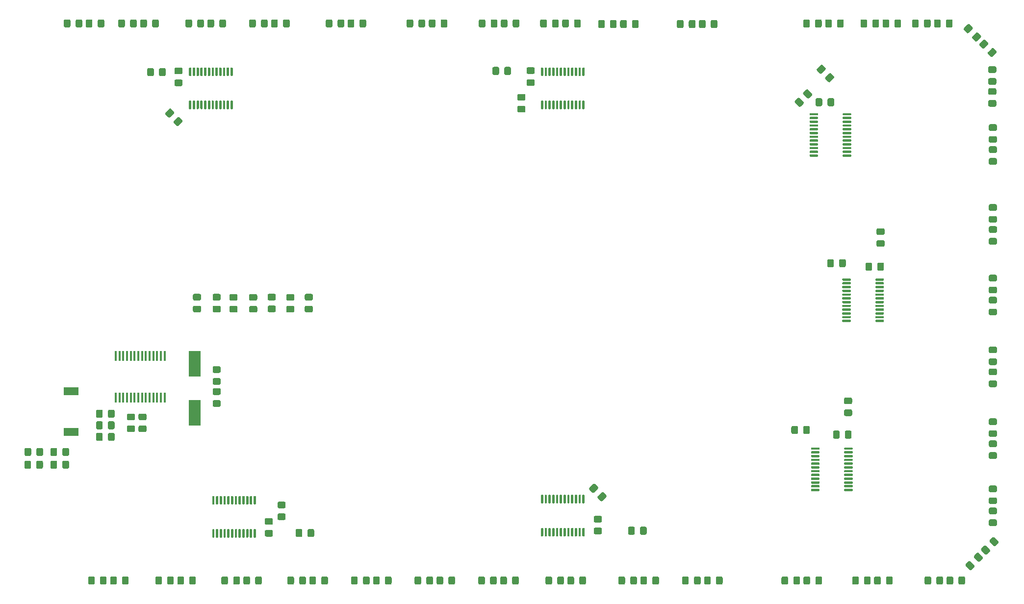
<source format=gtp>
G04 #@! TF.GenerationSoftware,KiCad,Pcbnew,(5.1.6)-1*
G04 #@! TF.CreationDate,2021-04-09T14:23:21+02:00*
G04 #@! TF.ProjectId,FK_fpga_shield,464b5f66-7067-4615-9f73-6869656c642e,rev?*
G04 #@! TF.SameCoordinates,Original*
G04 #@! TF.FileFunction,Paste,Top*
G04 #@! TF.FilePolarity,Positive*
%FSLAX46Y46*%
G04 Gerber Fmt 4.6, Leading zero omitted, Abs format (unit mm)*
G04 Created by KiCad (PCBNEW (5.1.6)-1) date 2021-04-09 14:23:21*
%MOMM*%
%LPD*%
G01*
G04 APERTURE LIST*
%ADD10R,2.000000X4.500000*%
%ADD11R,0.450000X1.750000*%
%ADD12R,2.500000X1.400000*%
G04 APERTURE END LIST*
G36*
G01*
X87975000Y-124850001D02*
X87975000Y-123949999D01*
G75*
G02*
X88224999Y-123700000I249999J0D01*
G01*
X88875001Y-123700000D01*
G75*
G02*
X89125000Y-123949999I0J-249999D01*
G01*
X89125000Y-124850001D01*
G75*
G02*
X88875001Y-125100000I-249999J0D01*
G01*
X88224999Y-125100000D01*
G75*
G02*
X87975000Y-124850001I0J249999D01*
G01*
G37*
G36*
G01*
X90025000Y-124850001D02*
X90025000Y-123949999D01*
G75*
G02*
X90274999Y-123700000I249999J0D01*
G01*
X90925001Y-123700000D01*
G75*
G02*
X91175000Y-123949999I0J-249999D01*
G01*
X91175000Y-124850001D01*
G75*
G02*
X90925001Y-125100000I-249999J0D01*
G01*
X90274999Y-125100000D01*
G75*
G02*
X90025000Y-124850001I0J249999D01*
G01*
G37*
G36*
G01*
X83300000Y-126549999D02*
X83300000Y-127450001D01*
G75*
G02*
X83050001Y-127700000I-249999J0D01*
G01*
X82399999Y-127700000D01*
G75*
G02*
X82150000Y-127450001I0J249999D01*
G01*
X82150000Y-126549999D01*
G75*
G02*
X82399999Y-126300000I249999J0D01*
G01*
X83050001Y-126300000D01*
G75*
G02*
X83300000Y-126549999I0J-249999D01*
G01*
G37*
G36*
G01*
X81250000Y-126549999D02*
X81250000Y-127450001D01*
G75*
G02*
X81000001Y-127700000I-249999J0D01*
G01*
X80349999Y-127700000D01*
G75*
G02*
X80100000Y-127450001I0J249999D01*
G01*
X80100000Y-126549999D01*
G75*
G02*
X80349999Y-126300000I249999J0D01*
G01*
X81000001Y-126300000D01*
G75*
G02*
X81250000Y-126549999I0J-249999D01*
G01*
G37*
G36*
G01*
X83300000Y-128749999D02*
X83300000Y-129650001D01*
G75*
G02*
X83050001Y-129900000I-249999J0D01*
G01*
X82399999Y-129900000D01*
G75*
G02*
X82150000Y-129650001I0J249999D01*
G01*
X82150000Y-128749999D01*
G75*
G02*
X82399999Y-128500000I249999J0D01*
G01*
X83050001Y-128500000D01*
G75*
G02*
X83300000Y-128749999I0J-249999D01*
G01*
G37*
G36*
G01*
X81250000Y-128749999D02*
X81250000Y-129650001D01*
G75*
G02*
X81000001Y-129900000I-249999J0D01*
G01*
X80349999Y-129900000D01*
G75*
G02*
X80100000Y-129650001I0J249999D01*
G01*
X80100000Y-128749999D01*
G75*
G02*
X80349999Y-128500000I249999J0D01*
G01*
X81000001Y-128500000D01*
G75*
G02*
X81250000Y-128749999I0J-249999D01*
G01*
G37*
G36*
G01*
X77674999Y-127450001D02*
X77674999Y-126549999D01*
G75*
G02*
X77924998Y-126300000I249999J0D01*
G01*
X78575000Y-126300000D01*
G75*
G02*
X78824999Y-126549999I0J-249999D01*
G01*
X78824999Y-127450001D01*
G75*
G02*
X78575000Y-127700000I-249999J0D01*
G01*
X77924998Y-127700000D01*
G75*
G02*
X77674999Y-127450001I0J249999D01*
G01*
G37*
G36*
G01*
X75624999Y-127450001D02*
X75624999Y-126549999D01*
G75*
G02*
X75874998Y-126300000I249999J0D01*
G01*
X76525000Y-126300000D01*
G75*
G02*
X76774999Y-126549999I0J-249999D01*
G01*
X76774999Y-127450001D01*
G75*
G02*
X76525000Y-127700000I-249999J0D01*
G01*
X75874998Y-127700000D01*
G75*
G02*
X75624999Y-127450001I0J249999D01*
G01*
G37*
G36*
G01*
X77650000Y-129650001D02*
X77650000Y-128749999D01*
G75*
G02*
X77899999Y-128500000I249999J0D01*
G01*
X78550001Y-128500000D01*
G75*
G02*
X78800000Y-128749999I0J-249999D01*
G01*
X78800000Y-129650001D01*
G75*
G02*
X78550001Y-129900000I-249999J0D01*
G01*
X77899999Y-129900000D01*
G75*
G02*
X77650000Y-129650001I0J249999D01*
G01*
G37*
G36*
G01*
X75600000Y-129650001D02*
X75600000Y-128749999D01*
G75*
G02*
X75849999Y-128500000I249999J0D01*
G01*
X76500001Y-128500000D01*
G75*
G02*
X76750000Y-128749999I0J-249999D01*
G01*
X76750000Y-129650001D01*
G75*
G02*
X76500001Y-129900000I-249999J0D01*
G01*
X75849999Y-129900000D01*
G75*
G02*
X75600000Y-129650001I0J249999D01*
G01*
G37*
G36*
G01*
X125150001Y-100850000D02*
X124249999Y-100850000D01*
G75*
G02*
X124000000Y-100600001I0J249999D01*
G01*
X124000000Y-99949999D01*
G75*
G02*
X124249999Y-99700000I249999J0D01*
G01*
X125150001Y-99700000D01*
G75*
G02*
X125400000Y-99949999I0J-249999D01*
G01*
X125400000Y-100600001D01*
G75*
G02*
X125150001Y-100850000I-249999J0D01*
G01*
G37*
G36*
G01*
X125150001Y-102900000D02*
X124249999Y-102900000D01*
G75*
G02*
X124000000Y-102650001I0J249999D01*
G01*
X124000000Y-101999999D01*
G75*
G02*
X124249999Y-101750000I249999J0D01*
G01*
X125150001Y-101750000D01*
G75*
G02*
X125400000Y-101999999I0J-249999D01*
G01*
X125400000Y-102650001D01*
G75*
G02*
X125150001Y-102900000I-249999J0D01*
G01*
G37*
G36*
G01*
X121950001Y-100874999D02*
X121049999Y-100874999D01*
G75*
G02*
X120800000Y-100625000I0J249999D01*
G01*
X120800000Y-99974998D01*
G75*
G02*
X121049999Y-99724999I249999J0D01*
G01*
X121950001Y-99724999D01*
G75*
G02*
X122200000Y-99974998I0J-249999D01*
G01*
X122200000Y-100625000D01*
G75*
G02*
X121950001Y-100874999I-249999J0D01*
G01*
G37*
G36*
G01*
X121950001Y-102924999D02*
X121049999Y-102924999D01*
G75*
G02*
X120800000Y-102675000I0J249999D01*
G01*
X120800000Y-102024998D01*
G75*
G02*
X121049999Y-101774999I249999J0D01*
G01*
X121950001Y-101774999D01*
G75*
G02*
X122200000Y-102024998I0J-249999D01*
G01*
X122200000Y-102675000D01*
G75*
G02*
X121950001Y-102924999I-249999J0D01*
G01*
G37*
G36*
G01*
X118750001Y-100825000D02*
X117849999Y-100825000D01*
G75*
G02*
X117600000Y-100575001I0J249999D01*
G01*
X117600000Y-99924999D01*
G75*
G02*
X117849999Y-99675000I249999J0D01*
G01*
X118750001Y-99675000D01*
G75*
G02*
X119000000Y-99924999I0J-249999D01*
G01*
X119000000Y-100575001D01*
G75*
G02*
X118750001Y-100825000I-249999J0D01*
G01*
G37*
G36*
G01*
X118750001Y-102875000D02*
X117849999Y-102875000D01*
G75*
G02*
X117600000Y-102625001I0J249999D01*
G01*
X117600000Y-101974999D01*
G75*
G02*
X117849999Y-101725000I249999J0D01*
G01*
X118750001Y-101725000D01*
G75*
G02*
X119000000Y-101974999I0J-249999D01*
G01*
X119000000Y-102625001D01*
G75*
G02*
X118750001Y-102875000I-249999J0D01*
G01*
G37*
G36*
G01*
X115550001Y-100874999D02*
X114649999Y-100874999D01*
G75*
G02*
X114400000Y-100625000I0J249999D01*
G01*
X114400000Y-99974998D01*
G75*
G02*
X114649999Y-99724999I249999J0D01*
G01*
X115550001Y-99724999D01*
G75*
G02*
X115800000Y-99974998I0J-249999D01*
G01*
X115800000Y-100625000D01*
G75*
G02*
X115550001Y-100874999I-249999J0D01*
G01*
G37*
G36*
G01*
X115550001Y-102924999D02*
X114649999Y-102924999D01*
G75*
G02*
X114400000Y-102675000I0J249999D01*
G01*
X114400000Y-102024998D01*
G75*
G02*
X114649999Y-101774999I249999J0D01*
G01*
X115550001Y-101774999D01*
G75*
G02*
X115800000Y-102024998I0J-249999D01*
G01*
X115800000Y-102675000D01*
G75*
G02*
X115550001Y-102924999I-249999J0D01*
G01*
G37*
G36*
G01*
X112150001Y-100874999D02*
X111249999Y-100874999D01*
G75*
G02*
X111000000Y-100625000I0J249999D01*
G01*
X111000000Y-99974998D01*
G75*
G02*
X111249999Y-99724999I249999J0D01*
G01*
X112150001Y-99724999D01*
G75*
G02*
X112400000Y-99974998I0J-249999D01*
G01*
X112400000Y-100625000D01*
G75*
G02*
X112150001Y-100874999I-249999J0D01*
G01*
G37*
G36*
G01*
X112150001Y-102924999D02*
X111249999Y-102924999D01*
G75*
G02*
X111000000Y-102675000I0J249999D01*
G01*
X111000000Y-102024998D01*
G75*
G02*
X111249999Y-101774999I249999J0D01*
G01*
X112150001Y-101774999D01*
G75*
G02*
X112400000Y-102024998I0J-249999D01*
G01*
X112400000Y-102675000D01*
G75*
G02*
X112150001Y-102924999I-249999J0D01*
G01*
G37*
G36*
G01*
X108349999Y-101750000D02*
X109250001Y-101750000D01*
G75*
G02*
X109500000Y-101999999I0J-249999D01*
G01*
X109500000Y-102650001D01*
G75*
G02*
X109250001Y-102900000I-249999J0D01*
G01*
X108349999Y-102900000D01*
G75*
G02*
X108100000Y-102650001I0J249999D01*
G01*
X108100000Y-101999999D01*
G75*
G02*
X108349999Y-101750000I249999J0D01*
G01*
G37*
G36*
G01*
X108349999Y-99700000D02*
X109250001Y-99700000D01*
G75*
G02*
X109500000Y-99949999I0J-249999D01*
G01*
X109500000Y-100600001D01*
G75*
G02*
X109250001Y-100850000I-249999J0D01*
G01*
X108349999Y-100850000D01*
G75*
G02*
X108100000Y-100600001I0J249999D01*
G01*
X108100000Y-99949999D01*
G75*
G02*
X108349999Y-99700000I249999J0D01*
G01*
G37*
G36*
G01*
X104949999Y-101750000D02*
X105850001Y-101750000D01*
G75*
G02*
X106100000Y-101999999I0J-249999D01*
G01*
X106100000Y-102650001D01*
G75*
G02*
X105850001Y-102900000I-249999J0D01*
G01*
X104949999Y-102900000D01*
G75*
G02*
X104700000Y-102650001I0J249999D01*
G01*
X104700000Y-101999999D01*
G75*
G02*
X104949999Y-101750000I249999J0D01*
G01*
G37*
G36*
G01*
X104949999Y-99700000D02*
X105850001Y-99700000D01*
G75*
G02*
X106100000Y-99949999I0J-249999D01*
G01*
X106100000Y-100600001D01*
G75*
G02*
X105850001Y-100850000I-249999J0D01*
G01*
X104949999Y-100850000D01*
G75*
G02*
X104700000Y-100600001I0J249999D01*
G01*
X104700000Y-99949999D01*
G75*
G02*
X104949999Y-99700000I249999J0D01*
G01*
G37*
G36*
G01*
X119549999Y-137625001D02*
X120450001Y-137625001D01*
G75*
G02*
X120700000Y-137875000I0J-249999D01*
G01*
X120700000Y-138525002D01*
G75*
G02*
X120450001Y-138775001I-249999J0D01*
G01*
X119549999Y-138775001D01*
G75*
G02*
X119300000Y-138525002I0J249999D01*
G01*
X119300000Y-137875000D01*
G75*
G02*
X119549999Y-137625001I249999J0D01*
G01*
G37*
G36*
G01*
X119549999Y-135575001D02*
X120450001Y-135575001D01*
G75*
G02*
X120700000Y-135825000I0J-249999D01*
G01*
X120700000Y-136475002D01*
G75*
G02*
X120450001Y-136725001I-249999J0D01*
G01*
X119549999Y-136725001D01*
G75*
G02*
X119300000Y-136475002I0J249999D01*
G01*
X119300000Y-135825000D01*
G75*
G02*
X119549999Y-135575001I249999J0D01*
G01*
G37*
G36*
G01*
X174600001Y-133363604D02*
X173963604Y-134000001D01*
G75*
G02*
X173610052Y-134000001I-176776J176776D01*
G01*
X173150431Y-133540380D01*
G75*
G02*
X173150431Y-133186828I176776J176776D01*
G01*
X173786828Y-132550431D01*
G75*
G02*
X174140380Y-132550431I176776J-176776D01*
G01*
X174600001Y-133010052D01*
G75*
G02*
X174600001Y-133363604I-176776J-176776D01*
G01*
G37*
G36*
G01*
X176049569Y-134813172D02*
X175413172Y-135449569D01*
G75*
G02*
X175059620Y-135449569I-176776J176776D01*
G01*
X174599999Y-134989948D01*
G75*
G02*
X174599999Y-134636396I176776J176776D01*
G01*
X175236396Y-133999999D01*
G75*
G02*
X175589948Y-133999999I176776J-176776D01*
G01*
X176049569Y-134459620D01*
G75*
G02*
X176049569Y-134813172I-176776J-176776D01*
G01*
G37*
G36*
G01*
X209150000Y-122749999D02*
X209150000Y-123650001D01*
G75*
G02*
X208900001Y-123900000I-249999J0D01*
G01*
X208249999Y-123900000D01*
G75*
G02*
X208000000Y-123650001I0J249999D01*
G01*
X208000000Y-122749999D01*
G75*
G02*
X208249999Y-122500000I249999J0D01*
G01*
X208900001Y-122500000D01*
G75*
G02*
X209150000Y-122749999I0J-249999D01*
G01*
G37*
G36*
G01*
X211200000Y-122749999D02*
X211200000Y-123650001D01*
G75*
G02*
X210950001Y-123900000I-249999J0D01*
G01*
X210299999Y-123900000D01*
G75*
G02*
X210050000Y-123650001I0J249999D01*
G01*
X210050000Y-122749999D01*
G75*
G02*
X210299999Y-122500000I249999J0D01*
G01*
X210950001Y-122500000D01*
G75*
G02*
X211200000Y-122749999I0J-249999D01*
G01*
G37*
G36*
G01*
X215350000Y-93949999D02*
X215350000Y-94850001D01*
G75*
G02*
X215100001Y-95100000I-249999J0D01*
G01*
X214449999Y-95100000D01*
G75*
G02*
X214200000Y-94850001I0J249999D01*
G01*
X214200000Y-93949999D01*
G75*
G02*
X214449999Y-93700000I249999J0D01*
G01*
X215100001Y-93700000D01*
G75*
G02*
X215350000Y-93949999I0J-249999D01*
G01*
G37*
G36*
G01*
X217400000Y-93949999D02*
X217400000Y-94850001D01*
G75*
G02*
X217150001Y-95100000I-249999J0D01*
G01*
X216499999Y-95100000D01*
G75*
G02*
X216250000Y-94850001I0J249999D01*
G01*
X216250000Y-93949999D01*
G75*
G02*
X216499999Y-93700000I249999J0D01*
G01*
X217150001Y-93700000D01*
G75*
G02*
X217400000Y-93949999I0J-249999D01*
G01*
G37*
G36*
G01*
X209463604Y-65899999D02*
X210100001Y-66536396D01*
G75*
G02*
X210100001Y-66889948I-176776J-176776D01*
G01*
X209640380Y-67349569D01*
G75*
G02*
X209286828Y-67349569I-176776J176776D01*
G01*
X208650431Y-66713172D01*
G75*
G02*
X208650431Y-66359620I176776J176776D01*
G01*
X209110052Y-65899999D01*
G75*
G02*
X209463604Y-65899999I176776J-176776D01*
G01*
G37*
G36*
G01*
X210913172Y-64450431D02*
X211549569Y-65086828D01*
G75*
G02*
X211549569Y-65440380I-176776J-176776D01*
G01*
X211089948Y-65900001D01*
G75*
G02*
X210736396Y-65900001I-176776J176776D01*
G01*
X210099999Y-65263604D01*
G75*
G02*
X210099999Y-64910052I176776J176776D01*
G01*
X210559620Y-64450431D01*
G75*
G02*
X210913172Y-64450431I176776J-176776D01*
G01*
G37*
G36*
G01*
X160949999Y-67225001D02*
X161850001Y-67225001D01*
G75*
G02*
X162100000Y-67475000I0J-249999D01*
G01*
X162100000Y-68125002D01*
G75*
G02*
X161850001Y-68375001I-249999J0D01*
G01*
X160949999Y-68375001D01*
G75*
G02*
X160700000Y-68125002I0J249999D01*
G01*
X160700000Y-67475000D01*
G75*
G02*
X160949999Y-67225001I249999J0D01*
G01*
G37*
G36*
G01*
X160949999Y-65175001D02*
X161850001Y-65175001D01*
G75*
G02*
X162100000Y-65425000I0J-249999D01*
G01*
X162100000Y-66075002D01*
G75*
G02*
X161850001Y-66325001I-249999J0D01*
G01*
X160949999Y-66325001D01*
G75*
G02*
X160700000Y-66075002I0J249999D01*
G01*
X160700000Y-65425000D01*
G75*
G02*
X160949999Y-65175001I249999J0D01*
G01*
G37*
G36*
G01*
X101399999Y-69836396D02*
X102036396Y-69199999D01*
G75*
G02*
X102389948Y-69199999I176776J-176776D01*
G01*
X102849569Y-69659620D01*
G75*
G02*
X102849569Y-70013172I-176776J-176776D01*
G01*
X102213172Y-70649569D01*
G75*
G02*
X101859620Y-70649569I-176776J176776D01*
G01*
X101399999Y-70189948D01*
G75*
G02*
X101399999Y-69836396I176776J176776D01*
G01*
G37*
G36*
G01*
X99950431Y-68386828D02*
X100586828Y-67750431D01*
G75*
G02*
X100940380Y-67750431I176776J-176776D01*
G01*
X101400001Y-68210052D01*
G75*
G02*
X101400001Y-68563604I-176776J-176776D01*
G01*
X100763604Y-69200001D01*
G75*
G02*
X100410052Y-69200001I-176776J176776D01*
G01*
X99950431Y-68740380D01*
G75*
G02*
X99950431Y-68386828I176776J176776D01*
G01*
G37*
G36*
G01*
X108349999Y-114250000D02*
X109250001Y-114250000D01*
G75*
G02*
X109500000Y-114499999I0J-249999D01*
G01*
X109500000Y-115150001D01*
G75*
G02*
X109250001Y-115400000I-249999J0D01*
G01*
X108349999Y-115400000D01*
G75*
G02*
X108100000Y-115150001I0J249999D01*
G01*
X108100000Y-114499999D01*
G75*
G02*
X108349999Y-114250000I249999J0D01*
G01*
G37*
G36*
G01*
X108349999Y-112200000D02*
X109250001Y-112200000D01*
G75*
G02*
X109500000Y-112449999I0J-249999D01*
G01*
X109500000Y-113100001D01*
G75*
G02*
X109250001Y-113350000I-249999J0D01*
G01*
X108349999Y-113350000D01*
G75*
G02*
X108100000Y-113100001I0J249999D01*
G01*
X108100000Y-112449999D01*
G75*
G02*
X108349999Y-112200000I249999J0D01*
G01*
G37*
G36*
G01*
X109250001Y-117150000D02*
X108349999Y-117150000D01*
G75*
G02*
X108100000Y-116900001I0J249999D01*
G01*
X108100000Y-116249999D01*
G75*
G02*
X108349999Y-116000000I249999J0D01*
G01*
X109250001Y-116000000D01*
G75*
G02*
X109500000Y-116249999I0J-249999D01*
G01*
X109500000Y-116900001D01*
G75*
G02*
X109250001Y-117150000I-249999J0D01*
G01*
G37*
G36*
G01*
X109250001Y-119200000D02*
X108349999Y-119200000D01*
G75*
G02*
X108100000Y-118950001I0J249999D01*
G01*
X108100000Y-118299999D01*
G75*
G02*
X108349999Y-118050000I249999J0D01*
G01*
X109250001Y-118050000D01*
G75*
G02*
X109500000Y-118299999I0J-249999D01*
G01*
X109500000Y-118950001D01*
G75*
G02*
X109250001Y-119200000I-249999J0D01*
G01*
G37*
D10*
X105000000Y-111750000D03*
X105000000Y-120250000D03*
G36*
G01*
X91175001Y-121949999D02*
X91175001Y-122850001D01*
G75*
G02*
X90925002Y-123100000I-249999J0D01*
G01*
X90275000Y-123100000D01*
G75*
G02*
X90025001Y-122850001I0J249999D01*
G01*
X90025001Y-121949999D01*
G75*
G02*
X90275000Y-121700000I249999J0D01*
G01*
X90925002Y-121700000D01*
G75*
G02*
X91175001Y-121949999I0J-249999D01*
G01*
G37*
G36*
G01*
X89125001Y-121949999D02*
X89125001Y-122850001D01*
G75*
G02*
X88875002Y-123100000I-249999J0D01*
G01*
X88225000Y-123100000D01*
G75*
G02*
X87975001Y-122850001I0J249999D01*
G01*
X87975001Y-121949999D01*
G75*
G02*
X88225000Y-121700000I249999J0D01*
G01*
X88875002Y-121700000D01*
G75*
G02*
X89125001Y-121949999I0J-249999D01*
G01*
G37*
G36*
G01*
X93549999Y-122425001D02*
X94450001Y-122425001D01*
G75*
G02*
X94700000Y-122675000I0J-249999D01*
G01*
X94700000Y-123325002D01*
G75*
G02*
X94450001Y-123575001I-249999J0D01*
G01*
X93549999Y-123575001D01*
G75*
G02*
X93300000Y-123325002I0J249999D01*
G01*
X93300000Y-122675000D01*
G75*
G02*
X93549999Y-122425001I249999J0D01*
G01*
G37*
G36*
G01*
X93549999Y-120375001D02*
X94450001Y-120375001D01*
G75*
G02*
X94700000Y-120625000I0J-249999D01*
G01*
X94700000Y-121275002D01*
G75*
G02*
X94450001Y-121525001I-249999J0D01*
G01*
X93549999Y-121525001D01*
G75*
G02*
X93300000Y-121275002I0J249999D01*
G01*
X93300000Y-120625000D01*
G75*
G02*
X93549999Y-120375001I249999J0D01*
G01*
G37*
G36*
G01*
X95549999Y-122425001D02*
X96450001Y-122425001D01*
G75*
G02*
X96700000Y-122675000I0J-249999D01*
G01*
X96700000Y-123325002D01*
G75*
G02*
X96450001Y-123575001I-249999J0D01*
G01*
X95549999Y-123575001D01*
G75*
G02*
X95300000Y-123325002I0J249999D01*
G01*
X95300000Y-122675000D01*
G75*
G02*
X95549999Y-122425001I249999J0D01*
G01*
G37*
G36*
G01*
X95549999Y-120375001D02*
X96450001Y-120375001D01*
G75*
G02*
X96700000Y-120625000I0J-249999D01*
G01*
X96700000Y-121275002D01*
G75*
G02*
X96450001Y-121525001I-249999J0D01*
G01*
X95549999Y-121525001D01*
G75*
G02*
X95300000Y-121275002I0J249999D01*
G01*
X95300000Y-120625000D01*
G75*
G02*
X95549999Y-120375001I249999J0D01*
G01*
G37*
G36*
G01*
X91175001Y-119949999D02*
X91175001Y-120850001D01*
G75*
G02*
X90925002Y-121100000I-249999J0D01*
G01*
X90275000Y-121100000D01*
G75*
G02*
X90025001Y-120850001I0J249999D01*
G01*
X90025001Y-119949999D01*
G75*
G02*
X90275000Y-119700000I249999J0D01*
G01*
X90925002Y-119700000D01*
G75*
G02*
X91175001Y-119949999I0J-249999D01*
G01*
G37*
G36*
G01*
X89125001Y-119949999D02*
X89125001Y-120850001D01*
G75*
G02*
X88875002Y-121100000I-249999J0D01*
G01*
X88225000Y-121100000D01*
G75*
G02*
X87975001Y-120850001I0J249999D01*
G01*
X87975001Y-119949999D01*
G75*
G02*
X88225000Y-119700000I249999J0D01*
G01*
X88875002Y-119700000D01*
G75*
G02*
X89125001Y-119949999I0J-249999D01*
G01*
G37*
G36*
G01*
X115275000Y-140325000D02*
X115475000Y-140325000D01*
G75*
G02*
X115575000Y-140425000I0J-100000D01*
G01*
X115575000Y-141700000D01*
G75*
G02*
X115475000Y-141800000I-100000J0D01*
G01*
X115275000Y-141800000D01*
G75*
G02*
X115175000Y-141700000I0J100000D01*
G01*
X115175000Y-140425000D01*
G75*
G02*
X115275000Y-140325000I100000J0D01*
G01*
G37*
G36*
G01*
X114625000Y-140325000D02*
X114825000Y-140325000D01*
G75*
G02*
X114925000Y-140425000I0J-100000D01*
G01*
X114925000Y-141700000D01*
G75*
G02*
X114825000Y-141800000I-100000J0D01*
G01*
X114625000Y-141800000D01*
G75*
G02*
X114525000Y-141700000I0J100000D01*
G01*
X114525000Y-140425000D01*
G75*
G02*
X114625000Y-140325000I100000J0D01*
G01*
G37*
G36*
G01*
X113975000Y-140325000D02*
X114175000Y-140325000D01*
G75*
G02*
X114275000Y-140425000I0J-100000D01*
G01*
X114275000Y-141700000D01*
G75*
G02*
X114175000Y-141800000I-100000J0D01*
G01*
X113975000Y-141800000D01*
G75*
G02*
X113875000Y-141700000I0J100000D01*
G01*
X113875000Y-140425000D01*
G75*
G02*
X113975000Y-140325000I100000J0D01*
G01*
G37*
G36*
G01*
X113325000Y-140325000D02*
X113525000Y-140325000D01*
G75*
G02*
X113625000Y-140425000I0J-100000D01*
G01*
X113625000Y-141700000D01*
G75*
G02*
X113525000Y-141800000I-100000J0D01*
G01*
X113325000Y-141800000D01*
G75*
G02*
X113225000Y-141700000I0J100000D01*
G01*
X113225000Y-140425000D01*
G75*
G02*
X113325000Y-140325000I100000J0D01*
G01*
G37*
G36*
G01*
X112675000Y-140325000D02*
X112875000Y-140325000D01*
G75*
G02*
X112975000Y-140425000I0J-100000D01*
G01*
X112975000Y-141700000D01*
G75*
G02*
X112875000Y-141800000I-100000J0D01*
G01*
X112675000Y-141800000D01*
G75*
G02*
X112575000Y-141700000I0J100000D01*
G01*
X112575000Y-140425000D01*
G75*
G02*
X112675000Y-140325000I100000J0D01*
G01*
G37*
G36*
G01*
X112025000Y-140325000D02*
X112225000Y-140325000D01*
G75*
G02*
X112325000Y-140425000I0J-100000D01*
G01*
X112325000Y-141700000D01*
G75*
G02*
X112225000Y-141800000I-100000J0D01*
G01*
X112025000Y-141800000D01*
G75*
G02*
X111925000Y-141700000I0J100000D01*
G01*
X111925000Y-140425000D01*
G75*
G02*
X112025000Y-140325000I100000J0D01*
G01*
G37*
G36*
G01*
X111375000Y-140325000D02*
X111575000Y-140325000D01*
G75*
G02*
X111675000Y-140425000I0J-100000D01*
G01*
X111675000Y-141700000D01*
G75*
G02*
X111575000Y-141800000I-100000J0D01*
G01*
X111375000Y-141800000D01*
G75*
G02*
X111275000Y-141700000I0J100000D01*
G01*
X111275000Y-140425000D01*
G75*
G02*
X111375000Y-140325000I100000J0D01*
G01*
G37*
G36*
G01*
X110725000Y-140325000D02*
X110925000Y-140325000D01*
G75*
G02*
X111025000Y-140425000I0J-100000D01*
G01*
X111025000Y-141700000D01*
G75*
G02*
X110925000Y-141800000I-100000J0D01*
G01*
X110725000Y-141800000D01*
G75*
G02*
X110625000Y-141700000I0J100000D01*
G01*
X110625000Y-140425000D01*
G75*
G02*
X110725000Y-140325000I100000J0D01*
G01*
G37*
G36*
G01*
X110075000Y-140325000D02*
X110275000Y-140325000D01*
G75*
G02*
X110375000Y-140425000I0J-100000D01*
G01*
X110375000Y-141700000D01*
G75*
G02*
X110275000Y-141800000I-100000J0D01*
G01*
X110075000Y-141800000D01*
G75*
G02*
X109975000Y-141700000I0J100000D01*
G01*
X109975000Y-140425000D01*
G75*
G02*
X110075000Y-140325000I100000J0D01*
G01*
G37*
G36*
G01*
X109425000Y-140325000D02*
X109625000Y-140325000D01*
G75*
G02*
X109725000Y-140425000I0J-100000D01*
G01*
X109725000Y-141700000D01*
G75*
G02*
X109625000Y-141800000I-100000J0D01*
G01*
X109425000Y-141800000D01*
G75*
G02*
X109325000Y-141700000I0J100000D01*
G01*
X109325000Y-140425000D01*
G75*
G02*
X109425000Y-140325000I100000J0D01*
G01*
G37*
G36*
G01*
X108775000Y-140325000D02*
X108975000Y-140325000D01*
G75*
G02*
X109075000Y-140425000I0J-100000D01*
G01*
X109075000Y-141700000D01*
G75*
G02*
X108975000Y-141800000I-100000J0D01*
G01*
X108775000Y-141800000D01*
G75*
G02*
X108675000Y-141700000I0J100000D01*
G01*
X108675000Y-140425000D01*
G75*
G02*
X108775000Y-140325000I100000J0D01*
G01*
G37*
G36*
G01*
X108125000Y-140325000D02*
X108325000Y-140325000D01*
G75*
G02*
X108425000Y-140425000I0J-100000D01*
G01*
X108425000Y-141700000D01*
G75*
G02*
X108325000Y-141800000I-100000J0D01*
G01*
X108125000Y-141800000D01*
G75*
G02*
X108025000Y-141700000I0J100000D01*
G01*
X108025000Y-140425000D01*
G75*
G02*
X108125000Y-140325000I100000J0D01*
G01*
G37*
G36*
G01*
X108125000Y-134600000D02*
X108325000Y-134600000D01*
G75*
G02*
X108425000Y-134700000I0J-100000D01*
G01*
X108425000Y-135975000D01*
G75*
G02*
X108325000Y-136075000I-100000J0D01*
G01*
X108125000Y-136075000D01*
G75*
G02*
X108025000Y-135975000I0J100000D01*
G01*
X108025000Y-134700000D01*
G75*
G02*
X108125000Y-134600000I100000J0D01*
G01*
G37*
G36*
G01*
X108775000Y-134600000D02*
X108975000Y-134600000D01*
G75*
G02*
X109075000Y-134700000I0J-100000D01*
G01*
X109075000Y-135975000D01*
G75*
G02*
X108975000Y-136075000I-100000J0D01*
G01*
X108775000Y-136075000D01*
G75*
G02*
X108675000Y-135975000I0J100000D01*
G01*
X108675000Y-134700000D01*
G75*
G02*
X108775000Y-134600000I100000J0D01*
G01*
G37*
G36*
G01*
X109425000Y-134600000D02*
X109625000Y-134600000D01*
G75*
G02*
X109725000Y-134700000I0J-100000D01*
G01*
X109725000Y-135975000D01*
G75*
G02*
X109625000Y-136075000I-100000J0D01*
G01*
X109425000Y-136075000D01*
G75*
G02*
X109325000Y-135975000I0J100000D01*
G01*
X109325000Y-134700000D01*
G75*
G02*
X109425000Y-134600000I100000J0D01*
G01*
G37*
G36*
G01*
X110075000Y-134600000D02*
X110275000Y-134600000D01*
G75*
G02*
X110375000Y-134700000I0J-100000D01*
G01*
X110375000Y-135975000D01*
G75*
G02*
X110275000Y-136075000I-100000J0D01*
G01*
X110075000Y-136075000D01*
G75*
G02*
X109975000Y-135975000I0J100000D01*
G01*
X109975000Y-134700000D01*
G75*
G02*
X110075000Y-134600000I100000J0D01*
G01*
G37*
G36*
G01*
X110725000Y-134600000D02*
X110925000Y-134600000D01*
G75*
G02*
X111025000Y-134700000I0J-100000D01*
G01*
X111025000Y-135975000D01*
G75*
G02*
X110925000Y-136075000I-100000J0D01*
G01*
X110725000Y-136075000D01*
G75*
G02*
X110625000Y-135975000I0J100000D01*
G01*
X110625000Y-134700000D01*
G75*
G02*
X110725000Y-134600000I100000J0D01*
G01*
G37*
G36*
G01*
X111375000Y-134600000D02*
X111575000Y-134600000D01*
G75*
G02*
X111675000Y-134700000I0J-100000D01*
G01*
X111675000Y-135975000D01*
G75*
G02*
X111575000Y-136075000I-100000J0D01*
G01*
X111375000Y-136075000D01*
G75*
G02*
X111275000Y-135975000I0J100000D01*
G01*
X111275000Y-134700000D01*
G75*
G02*
X111375000Y-134600000I100000J0D01*
G01*
G37*
G36*
G01*
X112025000Y-134600000D02*
X112225000Y-134600000D01*
G75*
G02*
X112325000Y-134700000I0J-100000D01*
G01*
X112325000Y-135975000D01*
G75*
G02*
X112225000Y-136075000I-100000J0D01*
G01*
X112025000Y-136075000D01*
G75*
G02*
X111925000Y-135975000I0J100000D01*
G01*
X111925000Y-134700000D01*
G75*
G02*
X112025000Y-134600000I100000J0D01*
G01*
G37*
G36*
G01*
X112675000Y-134600000D02*
X112875000Y-134600000D01*
G75*
G02*
X112975000Y-134700000I0J-100000D01*
G01*
X112975000Y-135975000D01*
G75*
G02*
X112875000Y-136075000I-100000J0D01*
G01*
X112675000Y-136075000D01*
G75*
G02*
X112575000Y-135975000I0J100000D01*
G01*
X112575000Y-134700000D01*
G75*
G02*
X112675000Y-134600000I100000J0D01*
G01*
G37*
G36*
G01*
X113325000Y-134600000D02*
X113525000Y-134600000D01*
G75*
G02*
X113625000Y-134700000I0J-100000D01*
G01*
X113625000Y-135975000D01*
G75*
G02*
X113525000Y-136075000I-100000J0D01*
G01*
X113325000Y-136075000D01*
G75*
G02*
X113225000Y-135975000I0J100000D01*
G01*
X113225000Y-134700000D01*
G75*
G02*
X113325000Y-134600000I100000J0D01*
G01*
G37*
G36*
G01*
X113975000Y-134600000D02*
X114175000Y-134600000D01*
G75*
G02*
X114275000Y-134700000I0J-100000D01*
G01*
X114275000Y-135975000D01*
G75*
G02*
X114175000Y-136075000I-100000J0D01*
G01*
X113975000Y-136075000D01*
G75*
G02*
X113875000Y-135975000I0J100000D01*
G01*
X113875000Y-134700000D01*
G75*
G02*
X113975000Y-134600000I100000J0D01*
G01*
G37*
G36*
G01*
X114625000Y-134600000D02*
X114825000Y-134600000D01*
G75*
G02*
X114925000Y-134700000I0J-100000D01*
G01*
X114925000Y-135975000D01*
G75*
G02*
X114825000Y-136075000I-100000J0D01*
G01*
X114625000Y-136075000D01*
G75*
G02*
X114525000Y-135975000I0J100000D01*
G01*
X114525000Y-134700000D01*
G75*
G02*
X114625000Y-134600000I100000J0D01*
G01*
G37*
G36*
G01*
X115275000Y-134600000D02*
X115475000Y-134600000D01*
G75*
G02*
X115575000Y-134700000I0J-100000D01*
G01*
X115575000Y-135975000D01*
G75*
G02*
X115475000Y-136075000I-100000J0D01*
G01*
X115275000Y-136075000D01*
G75*
G02*
X115175000Y-135975000I0J100000D01*
G01*
X115175000Y-134700000D01*
G75*
G02*
X115275000Y-134600000I100000J0D01*
G01*
G37*
G36*
G01*
X172025000Y-140125000D02*
X172225000Y-140125000D01*
G75*
G02*
X172325000Y-140225000I0J-100000D01*
G01*
X172325000Y-141500000D01*
G75*
G02*
X172225000Y-141600000I-100000J0D01*
G01*
X172025000Y-141600000D01*
G75*
G02*
X171925000Y-141500000I0J100000D01*
G01*
X171925000Y-140225000D01*
G75*
G02*
X172025000Y-140125000I100000J0D01*
G01*
G37*
G36*
G01*
X171375000Y-140125000D02*
X171575000Y-140125000D01*
G75*
G02*
X171675000Y-140225000I0J-100000D01*
G01*
X171675000Y-141500000D01*
G75*
G02*
X171575000Y-141600000I-100000J0D01*
G01*
X171375000Y-141600000D01*
G75*
G02*
X171275000Y-141500000I0J100000D01*
G01*
X171275000Y-140225000D01*
G75*
G02*
X171375000Y-140125000I100000J0D01*
G01*
G37*
G36*
G01*
X170725000Y-140125000D02*
X170925000Y-140125000D01*
G75*
G02*
X171025000Y-140225000I0J-100000D01*
G01*
X171025000Y-141500000D01*
G75*
G02*
X170925000Y-141600000I-100000J0D01*
G01*
X170725000Y-141600000D01*
G75*
G02*
X170625000Y-141500000I0J100000D01*
G01*
X170625000Y-140225000D01*
G75*
G02*
X170725000Y-140125000I100000J0D01*
G01*
G37*
G36*
G01*
X170075000Y-140125000D02*
X170275000Y-140125000D01*
G75*
G02*
X170375000Y-140225000I0J-100000D01*
G01*
X170375000Y-141500000D01*
G75*
G02*
X170275000Y-141600000I-100000J0D01*
G01*
X170075000Y-141600000D01*
G75*
G02*
X169975000Y-141500000I0J100000D01*
G01*
X169975000Y-140225000D01*
G75*
G02*
X170075000Y-140125000I100000J0D01*
G01*
G37*
G36*
G01*
X169425000Y-140125000D02*
X169625000Y-140125000D01*
G75*
G02*
X169725000Y-140225000I0J-100000D01*
G01*
X169725000Y-141500000D01*
G75*
G02*
X169625000Y-141600000I-100000J0D01*
G01*
X169425000Y-141600000D01*
G75*
G02*
X169325000Y-141500000I0J100000D01*
G01*
X169325000Y-140225000D01*
G75*
G02*
X169425000Y-140125000I100000J0D01*
G01*
G37*
G36*
G01*
X168775000Y-140125000D02*
X168975000Y-140125000D01*
G75*
G02*
X169075000Y-140225000I0J-100000D01*
G01*
X169075000Y-141500000D01*
G75*
G02*
X168975000Y-141600000I-100000J0D01*
G01*
X168775000Y-141600000D01*
G75*
G02*
X168675000Y-141500000I0J100000D01*
G01*
X168675000Y-140225000D01*
G75*
G02*
X168775000Y-140125000I100000J0D01*
G01*
G37*
G36*
G01*
X168125000Y-140125000D02*
X168325000Y-140125000D01*
G75*
G02*
X168425000Y-140225000I0J-100000D01*
G01*
X168425000Y-141500000D01*
G75*
G02*
X168325000Y-141600000I-100000J0D01*
G01*
X168125000Y-141600000D01*
G75*
G02*
X168025000Y-141500000I0J100000D01*
G01*
X168025000Y-140225000D01*
G75*
G02*
X168125000Y-140125000I100000J0D01*
G01*
G37*
G36*
G01*
X167475000Y-140125000D02*
X167675000Y-140125000D01*
G75*
G02*
X167775000Y-140225000I0J-100000D01*
G01*
X167775000Y-141500000D01*
G75*
G02*
X167675000Y-141600000I-100000J0D01*
G01*
X167475000Y-141600000D01*
G75*
G02*
X167375000Y-141500000I0J100000D01*
G01*
X167375000Y-140225000D01*
G75*
G02*
X167475000Y-140125000I100000J0D01*
G01*
G37*
G36*
G01*
X166825000Y-140125000D02*
X167025000Y-140125000D01*
G75*
G02*
X167125000Y-140225000I0J-100000D01*
G01*
X167125000Y-141500000D01*
G75*
G02*
X167025000Y-141600000I-100000J0D01*
G01*
X166825000Y-141600000D01*
G75*
G02*
X166725000Y-141500000I0J100000D01*
G01*
X166725000Y-140225000D01*
G75*
G02*
X166825000Y-140125000I100000J0D01*
G01*
G37*
G36*
G01*
X166175000Y-140125000D02*
X166375000Y-140125000D01*
G75*
G02*
X166475000Y-140225000I0J-100000D01*
G01*
X166475000Y-141500000D01*
G75*
G02*
X166375000Y-141600000I-100000J0D01*
G01*
X166175000Y-141600000D01*
G75*
G02*
X166075000Y-141500000I0J100000D01*
G01*
X166075000Y-140225000D01*
G75*
G02*
X166175000Y-140125000I100000J0D01*
G01*
G37*
G36*
G01*
X165525000Y-140125000D02*
X165725000Y-140125000D01*
G75*
G02*
X165825000Y-140225000I0J-100000D01*
G01*
X165825000Y-141500000D01*
G75*
G02*
X165725000Y-141600000I-100000J0D01*
G01*
X165525000Y-141600000D01*
G75*
G02*
X165425000Y-141500000I0J100000D01*
G01*
X165425000Y-140225000D01*
G75*
G02*
X165525000Y-140125000I100000J0D01*
G01*
G37*
G36*
G01*
X164875000Y-140125000D02*
X165075000Y-140125000D01*
G75*
G02*
X165175000Y-140225000I0J-100000D01*
G01*
X165175000Y-141500000D01*
G75*
G02*
X165075000Y-141600000I-100000J0D01*
G01*
X164875000Y-141600000D01*
G75*
G02*
X164775000Y-141500000I0J100000D01*
G01*
X164775000Y-140225000D01*
G75*
G02*
X164875000Y-140125000I100000J0D01*
G01*
G37*
G36*
G01*
X164875000Y-134400000D02*
X165075000Y-134400000D01*
G75*
G02*
X165175000Y-134500000I0J-100000D01*
G01*
X165175000Y-135775000D01*
G75*
G02*
X165075000Y-135875000I-100000J0D01*
G01*
X164875000Y-135875000D01*
G75*
G02*
X164775000Y-135775000I0J100000D01*
G01*
X164775000Y-134500000D01*
G75*
G02*
X164875000Y-134400000I100000J0D01*
G01*
G37*
G36*
G01*
X165525000Y-134400000D02*
X165725000Y-134400000D01*
G75*
G02*
X165825000Y-134500000I0J-100000D01*
G01*
X165825000Y-135775000D01*
G75*
G02*
X165725000Y-135875000I-100000J0D01*
G01*
X165525000Y-135875000D01*
G75*
G02*
X165425000Y-135775000I0J100000D01*
G01*
X165425000Y-134500000D01*
G75*
G02*
X165525000Y-134400000I100000J0D01*
G01*
G37*
G36*
G01*
X166175000Y-134400000D02*
X166375000Y-134400000D01*
G75*
G02*
X166475000Y-134500000I0J-100000D01*
G01*
X166475000Y-135775000D01*
G75*
G02*
X166375000Y-135875000I-100000J0D01*
G01*
X166175000Y-135875000D01*
G75*
G02*
X166075000Y-135775000I0J100000D01*
G01*
X166075000Y-134500000D01*
G75*
G02*
X166175000Y-134400000I100000J0D01*
G01*
G37*
G36*
G01*
X166825000Y-134400000D02*
X167025000Y-134400000D01*
G75*
G02*
X167125000Y-134500000I0J-100000D01*
G01*
X167125000Y-135775000D01*
G75*
G02*
X167025000Y-135875000I-100000J0D01*
G01*
X166825000Y-135875000D01*
G75*
G02*
X166725000Y-135775000I0J100000D01*
G01*
X166725000Y-134500000D01*
G75*
G02*
X166825000Y-134400000I100000J0D01*
G01*
G37*
G36*
G01*
X167475000Y-134400000D02*
X167675000Y-134400000D01*
G75*
G02*
X167775000Y-134500000I0J-100000D01*
G01*
X167775000Y-135775000D01*
G75*
G02*
X167675000Y-135875000I-100000J0D01*
G01*
X167475000Y-135875000D01*
G75*
G02*
X167375000Y-135775000I0J100000D01*
G01*
X167375000Y-134500000D01*
G75*
G02*
X167475000Y-134400000I100000J0D01*
G01*
G37*
G36*
G01*
X168125000Y-134400000D02*
X168325000Y-134400000D01*
G75*
G02*
X168425000Y-134500000I0J-100000D01*
G01*
X168425000Y-135775000D01*
G75*
G02*
X168325000Y-135875000I-100000J0D01*
G01*
X168125000Y-135875000D01*
G75*
G02*
X168025000Y-135775000I0J100000D01*
G01*
X168025000Y-134500000D01*
G75*
G02*
X168125000Y-134400000I100000J0D01*
G01*
G37*
G36*
G01*
X168775000Y-134400000D02*
X168975000Y-134400000D01*
G75*
G02*
X169075000Y-134500000I0J-100000D01*
G01*
X169075000Y-135775000D01*
G75*
G02*
X168975000Y-135875000I-100000J0D01*
G01*
X168775000Y-135875000D01*
G75*
G02*
X168675000Y-135775000I0J100000D01*
G01*
X168675000Y-134500000D01*
G75*
G02*
X168775000Y-134400000I100000J0D01*
G01*
G37*
G36*
G01*
X169425000Y-134400000D02*
X169625000Y-134400000D01*
G75*
G02*
X169725000Y-134500000I0J-100000D01*
G01*
X169725000Y-135775000D01*
G75*
G02*
X169625000Y-135875000I-100000J0D01*
G01*
X169425000Y-135875000D01*
G75*
G02*
X169325000Y-135775000I0J100000D01*
G01*
X169325000Y-134500000D01*
G75*
G02*
X169425000Y-134400000I100000J0D01*
G01*
G37*
G36*
G01*
X170075000Y-134400000D02*
X170275000Y-134400000D01*
G75*
G02*
X170375000Y-134500000I0J-100000D01*
G01*
X170375000Y-135775000D01*
G75*
G02*
X170275000Y-135875000I-100000J0D01*
G01*
X170075000Y-135875000D01*
G75*
G02*
X169975000Y-135775000I0J100000D01*
G01*
X169975000Y-134500000D01*
G75*
G02*
X170075000Y-134400000I100000J0D01*
G01*
G37*
G36*
G01*
X170725000Y-134400000D02*
X170925000Y-134400000D01*
G75*
G02*
X171025000Y-134500000I0J-100000D01*
G01*
X171025000Y-135775000D01*
G75*
G02*
X170925000Y-135875000I-100000J0D01*
G01*
X170725000Y-135875000D01*
G75*
G02*
X170625000Y-135775000I0J100000D01*
G01*
X170625000Y-134500000D01*
G75*
G02*
X170725000Y-134400000I100000J0D01*
G01*
G37*
G36*
G01*
X171375000Y-134400000D02*
X171575000Y-134400000D01*
G75*
G02*
X171675000Y-134500000I0J-100000D01*
G01*
X171675000Y-135775000D01*
G75*
G02*
X171575000Y-135875000I-100000J0D01*
G01*
X171375000Y-135875000D01*
G75*
G02*
X171275000Y-135775000I0J100000D01*
G01*
X171275000Y-134500000D01*
G75*
G02*
X171375000Y-134400000I100000J0D01*
G01*
G37*
G36*
G01*
X172025000Y-134400000D02*
X172225000Y-134400000D01*
G75*
G02*
X172325000Y-134500000I0J-100000D01*
G01*
X172325000Y-135775000D01*
G75*
G02*
X172225000Y-135875000I-100000J0D01*
G01*
X172025000Y-135875000D01*
G75*
G02*
X171925000Y-135775000I0J100000D01*
G01*
X171925000Y-134500000D01*
G75*
G02*
X172025000Y-134400000I100000J0D01*
G01*
G37*
G36*
G01*
X217125000Y-126525000D02*
X217125000Y-126325000D01*
G75*
G02*
X217225000Y-126225000I100000J0D01*
G01*
X218500000Y-126225000D01*
G75*
G02*
X218600000Y-126325000I0J-100000D01*
G01*
X218600000Y-126525000D01*
G75*
G02*
X218500000Y-126625000I-100000J0D01*
G01*
X217225000Y-126625000D01*
G75*
G02*
X217125000Y-126525000I0J100000D01*
G01*
G37*
G36*
G01*
X217125000Y-127175000D02*
X217125000Y-126975000D01*
G75*
G02*
X217225000Y-126875000I100000J0D01*
G01*
X218500000Y-126875000D01*
G75*
G02*
X218600000Y-126975000I0J-100000D01*
G01*
X218600000Y-127175000D01*
G75*
G02*
X218500000Y-127275000I-100000J0D01*
G01*
X217225000Y-127275000D01*
G75*
G02*
X217125000Y-127175000I0J100000D01*
G01*
G37*
G36*
G01*
X217125000Y-127825000D02*
X217125000Y-127625000D01*
G75*
G02*
X217225000Y-127525000I100000J0D01*
G01*
X218500000Y-127525000D01*
G75*
G02*
X218600000Y-127625000I0J-100000D01*
G01*
X218600000Y-127825000D01*
G75*
G02*
X218500000Y-127925000I-100000J0D01*
G01*
X217225000Y-127925000D01*
G75*
G02*
X217125000Y-127825000I0J100000D01*
G01*
G37*
G36*
G01*
X217125000Y-128475000D02*
X217125000Y-128275000D01*
G75*
G02*
X217225000Y-128175000I100000J0D01*
G01*
X218500000Y-128175000D01*
G75*
G02*
X218600000Y-128275000I0J-100000D01*
G01*
X218600000Y-128475000D01*
G75*
G02*
X218500000Y-128575000I-100000J0D01*
G01*
X217225000Y-128575000D01*
G75*
G02*
X217125000Y-128475000I0J100000D01*
G01*
G37*
G36*
G01*
X217125000Y-129125000D02*
X217125000Y-128925000D01*
G75*
G02*
X217225000Y-128825000I100000J0D01*
G01*
X218500000Y-128825000D01*
G75*
G02*
X218600000Y-128925000I0J-100000D01*
G01*
X218600000Y-129125000D01*
G75*
G02*
X218500000Y-129225000I-100000J0D01*
G01*
X217225000Y-129225000D01*
G75*
G02*
X217125000Y-129125000I0J100000D01*
G01*
G37*
G36*
G01*
X217125000Y-129775000D02*
X217125000Y-129575000D01*
G75*
G02*
X217225000Y-129475000I100000J0D01*
G01*
X218500000Y-129475000D01*
G75*
G02*
X218600000Y-129575000I0J-100000D01*
G01*
X218600000Y-129775000D01*
G75*
G02*
X218500000Y-129875000I-100000J0D01*
G01*
X217225000Y-129875000D01*
G75*
G02*
X217125000Y-129775000I0J100000D01*
G01*
G37*
G36*
G01*
X217125000Y-130425000D02*
X217125000Y-130225000D01*
G75*
G02*
X217225000Y-130125000I100000J0D01*
G01*
X218500000Y-130125000D01*
G75*
G02*
X218600000Y-130225000I0J-100000D01*
G01*
X218600000Y-130425000D01*
G75*
G02*
X218500000Y-130525000I-100000J0D01*
G01*
X217225000Y-130525000D01*
G75*
G02*
X217125000Y-130425000I0J100000D01*
G01*
G37*
G36*
G01*
X217125000Y-131075000D02*
X217125000Y-130875000D01*
G75*
G02*
X217225000Y-130775000I100000J0D01*
G01*
X218500000Y-130775000D01*
G75*
G02*
X218600000Y-130875000I0J-100000D01*
G01*
X218600000Y-131075000D01*
G75*
G02*
X218500000Y-131175000I-100000J0D01*
G01*
X217225000Y-131175000D01*
G75*
G02*
X217125000Y-131075000I0J100000D01*
G01*
G37*
G36*
G01*
X217125000Y-131725000D02*
X217125000Y-131525000D01*
G75*
G02*
X217225000Y-131425000I100000J0D01*
G01*
X218500000Y-131425000D01*
G75*
G02*
X218600000Y-131525000I0J-100000D01*
G01*
X218600000Y-131725000D01*
G75*
G02*
X218500000Y-131825000I-100000J0D01*
G01*
X217225000Y-131825000D01*
G75*
G02*
X217125000Y-131725000I0J100000D01*
G01*
G37*
G36*
G01*
X217125000Y-132375000D02*
X217125000Y-132175000D01*
G75*
G02*
X217225000Y-132075000I100000J0D01*
G01*
X218500000Y-132075000D01*
G75*
G02*
X218600000Y-132175000I0J-100000D01*
G01*
X218600000Y-132375000D01*
G75*
G02*
X218500000Y-132475000I-100000J0D01*
G01*
X217225000Y-132475000D01*
G75*
G02*
X217125000Y-132375000I0J100000D01*
G01*
G37*
G36*
G01*
X217125000Y-133025000D02*
X217125000Y-132825000D01*
G75*
G02*
X217225000Y-132725000I100000J0D01*
G01*
X218500000Y-132725000D01*
G75*
G02*
X218600000Y-132825000I0J-100000D01*
G01*
X218600000Y-133025000D01*
G75*
G02*
X218500000Y-133125000I-100000J0D01*
G01*
X217225000Y-133125000D01*
G75*
G02*
X217125000Y-133025000I0J100000D01*
G01*
G37*
G36*
G01*
X217125000Y-133675000D02*
X217125000Y-133475000D01*
G75*
G02*
X217225000Y-133375000I100000J0D01*
G01*
X218500000Y-133375000D01*
G75*
G02*
X218600000Y-133475000I0J-100000D01*
G01*
X218600000Y-133675000D01*
G75*
G02*
X218500000Y-133775000I-100000J0D01*
G01*
X217225000Y-133775000D01*
G75*
G02*
X217125000Y-133675000I0J100000D01*
G01*
G37*
G36*
G01*
X211400000Y-133675000D02*
X211400000Y-133475000D01*
G75*
G02*
X211500000Y-133375000I100000J0D01*
G01*
X212775000Y-133375000D01*
G75*
G02*
X212875000Y-133475000I0J-100000D01*
G01*
X212875000Y-133675000D01*
G75*
G02*
X212775000Y-133775000I-100000J0D01*
G01*
X211500000Y-133775000D01*
G75*
G02*
X211400000Y-133675000I0J100000D01*
G01*
G37*
G36*
G01*
X211400000Y-133025000D02*
X211400000Y-132825000D01*
G75*
G02*
X211500000Y-132725000I100000J0D01*
G01*
X212775000Y-132725000D01*
G75*
G02*
X212875000Y-132825000I0J-100000D01*
G01*
X212875000Y-133025000D01*
G75*
G02*
X212775000Y-133125000I-100000J0D01*
G01*
X211500000Y-133125000D01*
G75*
G02*
X211400000Y-133025000I0J100000D01*
G01*
G37*
G36*
G01*
X211400000Y-132375000D02*
X211400000Y-132175000D01*
G75*
G02*
X211500000Y-132075000I100000J0D01*
G01*
X212775000Y-132075000D01*
G75*
G02*
X212875000Y-132175000I0J-100000D01*
G01*
X212875000Y-132375000D01*
G75*
G02*
X212775000Y-132475000I-100000J0D01*
G01*
X211500000Y-132475000D01*
G75*
G02*
X211400000Y-132375000I0J100000D01*
G01*
G37*
G36*
G01*
X211400000Y-131725000D02*
X211400000Y-131525000D01*
G75*
G02*
X211500000Y-131425000I100000J0D01*
G01*
X212775000Y-131425000D01*
G75*
G02*
X212875000Y-131525000I0J-100000D01*
G01*
X212875000Y-131725000D01*
G75*
G02*
X212775000Y-131825000I-100000J0D01*
G01*
X211500000Y-131825000D01*
G75*
G02*
X211400000Y-131725000I0J100000D01*
G01*
G37*
G36*
G01*
X211400000Y-131075000D02*
X211400000Y-130875000D01*
G75*
G02*
X211500000Y-130775000I100000J0D01*
G01*
X212775000Y-130775000D01*
G75*
G02*
X212875000Y-130875000I0J-100000D01*
G01*
X212875000Y-131075000D01*
G75*
G02*
X212775000Y-131175000I-100000J0D01*
G01*
X211500000Y-131175000D01*
G75*
G02*
X211400000Y-131075000I0J100000D01*
G01*
G37*
G36*
G01*
X211400000Y-130425000D02*
X211400000Y-130225000D01*
G75*
G02*
X211500000Y-130125000I100000J0D01*
G01*
X212775000Y-130125000D01*
G75*
G02*
X212875000Y-130225000I0J-100000D01*
G01*
X212875000Y-130425000D01*
G75*
G02*
X212775000Y-130525000I-100000J0D01*
G01*
X211500000Y-130525000D01*
G75*
G02*
X211400000Y-130425000I0J100000D01*
G01*
G37*
G36*
G01*
X211400000Y-129775000D02*
X211400000Y-129575000D01*
G75*
G02*
X211500000Y-129475000I100000J0D01*
G01*
X212775000Y-129475000D01*
G75*
G02*
X212875000Y-129575000I0J-100000D01*
G01*
X212875000Y-129775000D01*
G75*
G02*
X212775000Y-129875000I-100000J0D01*
G01*
X211500000Y-129875000D01*
G75*
G02*
X211400000Y-129775000I0J100000D01*
G01*
G37*
G36*
G01*
X211400000Y-129125000D02*
X211400000Y-128925000D01*
G75*
G02*
X211500000Y-128825000I100000J0D01*
G01*
X212775000Y-128825000D01*
G75*
G02*
X212875000Y-128925000I0J-100000D01*
G01*
X212875000Y-129125000D01*
G75*
G02*
X212775000Y-129225000I-100000J0D01*
G01*
X211500000Y-129225000D01*
G75*
G02*
X211400000Y-129125000I0J100000D01*
G01*
G37*
G36*
G01*
X211400000Y-128475000D02*
X211400000Y-128275000D01*
G75*
G02*
X211500000Y-128175000I100000J0D01*
G01*
X212775000Y-128175000D01*
G75*
G02*
X212875000Y-128275000I0J-100000D01*
G01*
X212875000Y-128475000D01*
G75*
G02*
X212775000Y-128575000I-100000J0D01*
G01*
X211500000Y-128575000D01*
G75*
G02*
X211400000Y-128475000I0J100000D01*
G01*
G37*
G36*
G01*
X211400000Y-127825000D02*
X211400000Y-127625000D01*
G75*
G02*
X211500000Y-127525000I100000J0D01*
G01*
X212775000Y-127525000D01*
G75*
G02*
X212875000Y-127625000I0J-100000D01*
G01*
X212875000Y-127825000D01*
G75*
G02*
X212775000Y-127925000I-100000J0D01*
G01*
X211500000Y-127925000D01*
G75*
G02*
X211400000Y-127825000I0J100000D01*
G01*
G37*
G36*
G01*
X211400000Y-127175000D02*
X211400000Y-126975000D01*
G75*
G02*
X211500000Y-126875000I100000J0D01*
G01*
X212775000Y-126875000D01*
G75*
G02*
X212875000Y-126975000I0J-100000D01*
G01*
X212875000Y-127175000D01*
G75*
G02*
X212775000Y-127275000I-100000J0D01*
G01*
X211500000Y-127275000D01*
G75*
G02*
X211400000Y-127175000I0J100000D01*
G01*
G37*
G36*
G01*
X211400000Y-126525000D02*
X211400000Y-126325000D01*
G75*
G02*
X211500000Y-126225000I100000J0D01*
G01*
X212775000Y-126225000D01*
G75*
G02*
X212875000Y-126325000I0J-100000D01*
G01*
X212875000Y-126525000D01*
G75*
G02*
X212775000Y-126625000I-100000J0D01*
G01*
X211500000Y-126625000D01*
G75*
G02*
X211400000Y-126525000I0J100000D01*
G01*
G37*
G36*
G01*
X222525000Y-97325000D02*
X222525000Y-97125000D01*
G75*
G02*
X222625000Y-97025000I100000J0D01*
G01*
X223900000Y-97025000D01*
G75*
G02*
X224000000Y-97125000I0J-100000D01*
G01*
X224000000Y-97325000D01*
G75*
G02*
X223900000Y-97425000I-100000J0D01*
G01*
X222625000Y-97425000D01*
G75*
G02*
X222525000Y-97325000I0J100000D01*
G01*
G37*
G36*
G01*
X222525000Y-97975000D02*
X222525000Y-97775000D01*
G75*
G02*
X222625000Y-97675000I100000J0D01*
G01*
X223900000Y-97675000D01*
G75*
G02*
X224000000Y-97775000I0J-100000D01*
G01*
X224000000Y-97975000D01*
G75*
G02*
X223900000Y-98075000I-100000J0D01*
G01*
X222625000Y-98075000D01*
G75*
G02*
X222525000Y-97975000I0J100000D01*
G01*
G37*
G36*
G01*
X222525000Y-98625000D02*
X222525000Y-98425000D01*
G75*
G02*
X222625000Y-98325000I100000J0D01*
G01*
X223900000Y-98325000D01*
G75*
G02*
X224000000Y-98425000I0J-100000D01*
G01*
X224000000Y-98625000D01*
G75*
G02*
X223900000Y-98725000I-100000J0D01*
G01*
X222625000Y-98725000D01*
G75*
G02*
X222525000Y-98625000I0J100000D01*
G01*
G37*
G36*
G01*
X222525000Y-99275000D02*
X222525000Y-99075000D01*
G75*
G02*
X222625000Y-98975000I100000J0D01*
G01*
X223900000Y-98975000D01*
G75*
G02*
X224000000Y-99075000I0J-100000D01*
G01*
X224000000Y-99275000D01*
G75*
G02*
X223900000Y-99375000I-100000J0D01*
G01*
X222625000Y-99375000D01*
G75*
G02*
X222525000Y-99275000I0J100000D01*
G01*
G37*
G36*
G01*
X222525000Y-99925000D02*
X222525000Y-99725000D01*
G75*
G02*
X222625000Y-99625000I100000J0D01*
G01*
X223900000Y-99625000D01*
G75*
G02*
X224000000Y-99725000I0J-100000D01*
G01*
X224000000Y-99925000D01*
G75*
G02*
X223900000Y-100025000I-100000J0D01*
G01*
X222625000Y-100025000D01*
G75*
G02*
X222525000Y-99925000I0J100000D01*
G01*
G37*
G36*
G01*
X222525000Y-100575000D02*
X222525000Y-100375000D01*
G75*
G02*
X222625000Y-100275000I100000J0D01*
G01*
X223900000Y-100275000D01*
G75*
G02*
X224000000Y-100375000I0J-100000D01*
G01*
X224000000Y-100575000D01*
G75*
G02*
X223900000Y-100675000I-100000J0D01*
G01*
X222625000Y-100675000D01*
G75*
G02*
X222525000Y-100575000I0J100000D01*
G01*
G37*
G36*
G01*
X222525000Y-101225000D02*
X222525000Y-101025000D01*
G75*
G02*
X222625000Y-100925000I100000J0D01*
G01*
X223900000Y-100925000D01*
G75*
G02*
X224000000Y-101025000I0J-100000D01*
G01*
X224000000Y-101225000D01*
G75*
G02*
X223900000Y-101325000I-100000J0D01*
G01*
X222625000Y-101325000D01*
G75*
G02*
X222525000Y-101225000I0J100000D01*
G01*
G37*
G36*
G01*
X222525000Y-101875000D02*
X222525000Y-101675000D01*
G75*
G02*
X222625000Y-101575000I100000J0D01*
G01*
X223900000Y-101575000D01*
G75*
G02*
X224000000Y-101675000I0J-100000D01*
G01*
X224000000Y-101875000D01*
G75*
G02*
X223900000Y-101975000I-100000J0D01*
G01*
X222625000Y-101975000D01*
G75*
G02*
X222525000Y-101875000I0J100000D01*
G01*
G37*
G36*
G01*
X222525000Y-102525000D02*
X222525000Y-102325000D01*
G75*
G02*
X222625000Y-102225000I100000J0D01*
G01*
X223900000Y-102225000D01*
G75*
G02*
X224000000Y-102325000I0J-100000D01*
G01*
X224000000Y-102525000D01*
G75*
G02*
X223900000Y-102625000I-100000J0D01*
G01*
X222625000Y-102625000D01*
G75*
G02*
X222525000Y-102525000I0J100000D01*
G01*
G37*
G36*
G01*
X222525000Y-103175000D02*
X222525000Y-102975000D01*
G75*
G02*
X222625000Y-102875000I100000J0D01*
G01*
X223900000Y-102875000D01*
G75*
G02*
X224000000Y-102975000I0J-100000D01*
G01*
X224000000Y-103175000D01*
G75*
G02*
X223900000Y-103275000I-100000J0D01*
G01*
X222625000Y-103275000D01*
G75*
G02*
X222525000Y-103175000I0J100000D01*
G01*
G37*
G36*
G01*
X222525000Y-103825000D02*
X222525000Y-103625000D01*
G75*
G02*
X222625000Y-103525000I100000J0D01*
G01*
X223900000Y-103525000D01*
G75*
G02*
X224000000Y-103625000I0J-100000D01*
G01*
X224000000Y-103825000D01*
G75*
G02*
X223900000Y-103925000I-100000J0D01*
G01*
X222625000Y-103925000D01*
G75*
G02*
X222525000Y-103825000I0J100000D01*
G01*
G37*
G36*
G01*
X222525000Y-104475000D02*
X222525000Y-104275000D01*
G75*
G02*
X222625000Y-104175000I100000J0D01*
G01*
X223900000Y-104175000D01*
G75*
G02*
X224000000Y-104275000I0J-100000D01*
G01*
X224000000Y-104475000D01*
G75*
G02*
X223900000Y-104575000I-100000J0D01*
G01*
X222625000Y-104575000D01*
G75*
G02*
X222525000Y-104475000I0J100000D01*
G01*
G37*
G36*
G01*
X216800000Y-104475000D02*
X216800000Y-104275000D01*
G75*
G02*
X216900000Y-104175000I100000J0D01*
G01*
X218175000Y-104175000D01*
G75*
G02*
X218275000Y-104275000I0J-100000D01*
G01*
X218275000Y-104475000D01*
G75*
G02*
X218175000Y-104575000I-100000J0D01*
G01*
X216900000Y-104575000D01*
G75*
G02*
X216800000Y-104475000I0J100000D01*
G01*
G37*
G36*
G01*
X216800000Y-103825000D02*
X216800000Y-103625000D01*
G75*
G02*
X216900000Y-103525000I100000J0D01*
G01*
X218175000Y-103525000D01*
G75*
G02*
X218275000Y-103625000I0J-100000D01*
G01*
X218275000Y-103825000D01*
G75*
G02*
X218175000Y-103925000I-100000J0D01*
G01*
X216900000Y-103925000D01*
G75*
G02*
X216800000Y-103825000I0J100000D01*
G01*
G37*
G36*
G01*
X216800000Y-103175000D02*
X216800000Y-102975000D01*
G75*
G02*
X216900000Y-102875000I100000J0D01*
G01*
X218175000Y-102875000D01*
G75*
G02*
X218275000Y-102975000I0J-100000D01*
G01*
X218275000Y-103175000D01*
G75*
G02*
X218175000Y-103275000I-100000J0D01*
G01*
X216900000Y-103275000D01*
G75*
G02*
X216800000Y-103175000I0J100000D01*
G01*
G37*
G36*
G01*
X216800000Y-102525000D02*
X216800000Y-102325000D01*
G75*
G02*
X216900000Y-102225000I100000J0D01*
G01*
X218175000Y-102225000D01*
G75*
G02*
X218275000Y-102325000I0J-100000D01*
G01*
X218275000Y-102525000D01*
G75*
G02*
X218175000Y-102625000I-100000J0D01*
G01*
X216900000Y-102625000D01*
G75*
G02*
X216800000Y-102525000I0J100000D01*
G01*
G37*
G36*
G01*
X216800000Y-101875000D02*
X216800000Y-101675000D01*
G75*
G02*
X216900000Y-101575000I100000J0D01*
G01*
X218175000Y-101575000D01*
G75*
G02*
X218275000Y-101675000I0J-100000D01*
G01*
X218275000Y-101875000D01*
G75*
G02*
X218175000Y-101975000I-100000J0D01*
G01*
X216900000Y-101975000D01*
G75*
G02*
X216800000Y-101875000I0J100000D01*
G01*
G37*
G36*
G01*
X216800000Y-101225000D02*
X216800000Y-101025000D01*
G75*
G02*
X216900000Y-100925000I100000J0D01*
G01*
X218175000Y-100925000D01*
G75*
G02*
X218275000Y-101025000I0J-100000D01*
G01*
X218275000Y-101225000D01*
G75*
G02*
X218175000Y-101325000I-100000J0D01*
G01*
X216900000Y-101325000D01*
G75*
G02*
X216800000Y-101225000I0J100000D01*
G01*
G37*
G36*
G01*
X216800000Y-100575000D02*
X216800000Y-100375000D01*
G75*
G02*
X216900000Y-100275000I100000J0D01*
G01*
X218175000Y-100275000D01*
G75*
G02*
X218275000Y-100375000I0J-100000D01*
G01*
X218275000Y-100575000D01*
G75*
G02*
X218175000Y-100675000I-100000J0D01*
G01*
X216900000Y-100675000D01*
G75*
G02*
X216800000Y-100575000I0J100000D01*
G01*
G37*
G36*
G01*
X216800000Y-99925000D02*
X216800000Y-99725000D01*
G75*
G02*
X216900000Y-99625000I100000J0D01*
G01*
X218175000Y-99625000D01*
G75*
G02*
X218275000Y-99725000I0J-100000D01*
G01*
X218275000Y-99925000D01*
G75*
G02*
X218175000Y-100025000I-100000J0D01*
G01*
X216900000Y-100025000D01*
G75*
G02*
X216800000Y-99925000I0J100000D01*
G01*
G37*
G36*
G01*
X216800000Y-99275000D02*
X216800000Y-99075000D01*
G75*
G02*
X216900000Y-98975000I100000J0D01*
G01*
X218175000Y-98975000D01*
G75*
G02*
X218275000Y-99075000I0J-100000D01*
G01*
X218275000Y-99275000D01*
G75*
G02*
X218175000Y-99375000I-100000J0D01*
G01*
X216900000Y-99375000D01*
G75*
G02*
X216800000Y-99275000I0J100000D01*
G01*
G37*
G36*
G01*
X216800000Y-98625000D02*
X216800000Y-98425000D01*
G75*
G02*
X216900000Y-98325000I100000J0D01*
G01*
X218175000Y-98325000D01*
G75*
G02*
X218275000Y-98425000I0J-100000D01*
G01*
X218275000Y-98625000D01*
G75*
G02*
X218175000Y-98725000I-100000J0D01*
G01*
X216900000Y-98725000D01*
G75*
G02*
X216800000Y-98625000I0J100000D01*
G01*
G37*
G36*
G01*
X216800000Y-97975000D02*
X216800000Y-97775000D01*
G75*
G02*
X216900000Y-97675000I100000J0D01*
G01*
X218175000Y-97675000D01*
G75*
G02*
X218275000Y-97775000I0J-100000D01*
G01*
X218275000Y-97975000D01*
G75*
G02*
X218175000Y-98075000I-100000J0D01*
G01*
X216900000Y-98075000D01*
G75*
G02*
X216800000Y-97975000I0J100000D01*
G01*
G37*
G36*
G01*
X216800000Y-97325000D02*
X216800000Y-97125000D01*
G75*
G02*
X216900000Y-97025000I100000J0D01*
G01*
X218175000Y-97025000D01*
G75*
G02*
X218275000Y-97125000I0J-100000D01*
G01*
X218275000Y-97325000D01*
G75*
G02*
X218175000Y-97425000I-100000J0D01*
G01*
X216900000Y-97425000D01*
G75*
G02*
X216800000Y-97325000I0J100000D01*
G01*
G37*
G36*
G01*
X216875000Y-68775000D02*
X216875000Y-68575000D01*
G75*
G02*
X216975000Y-68475000I100000J0D01*
G01*
X218250000Y-68475000D01*
G75*
G02*
X218350000Y-68575000I0J-100000D01*
G01*
X218350000Y-68775000D01*
G75*
G02*
X218250000Y-68875000I-100000J0D01*
G01*
X216975000Y-68875000D01*
G75*
G02*
X216875000Y-68775000I0J100000D01*
G01*
G37*
G36*
G01*
X216875000Y-69425000D02*
X216875000Y-69225000D01*
G75*
G02*
X216975000Y-69125000I100000J0D01*
G01*
X218250000Y-69125000D01*
G75*
G02*
X218350000Y-69225000I0J-100000D01*
G01*
X218350000Y-69425000D01*
G75*
G02*
X218250000Y-69525000I-100000J0D01*
G01*
X216975000Y-69525000D01*
G75*
G02*
X216875000Y-69425000I0J100000D01*
G01*
G37*
G36*
G01*
X216875000Y-70075000D02*
X216875000Y-69875000D01*
G75*
G02*
X216975000Y-69775000I100000J0D01*
G01*
X218250000Y-69775000D01*
G75*
G02*
X218350000Y-69875000I0J-100000D01*
G01*
X218350000Y-70075000D01*
G75*
G02*
X218250000Y-70175000I-100000J0D01*
G01*
X216975000Y-70175000D01*
G75*
G02*
X216875000Y-70075000I0J100000D01*
G01*
G37*
G36*
G01*
X216875000Y-70725000D02*
X216875000Y-70525000D01*
G75*
G02*
X216975000Y-70425000I100000J0D01*
G01*
X218250000Y-70425000D01*
G75*
G02*
X218350000Y-70525000I0J-100000D01*
G01*
X218350000Y-70725000D01*
G75*
G02*
X218250000Y-70825000I-100000J0D01*
G01*
X216975000Y-70825000D01*
G75*
G02*
X216875000Y-70725000I0J100000D01*
G01*
G37*
G36*
G01*
X216875000Y-71375000D02*
X216875000Y-71175000D01*
G75*
G02*
X216975000Y-71075000I100000J0D01*
G01*
X218250000Y-71075000D01*
G75*
G02*
X218350000Y-71175000I0J-100000D01*
G01*
X218350000Y-71375000D01*
G75*
G02*
X218250000Y-71475000I-100000J0D01*
G01*
X216975000Y-71475000D01*
G75*
G02*
X216875000Y-71375000I0J100000D01*
G01*
G37*
G36*
G01*
X216875000Y-72025000D02*
X216875000Y-71825000D01*
G75*
G02*
X216975000Y-71725000I100000J0D01*
G01*
X218250000Y-71725000D01*
G75*
G02*
X218350000Y-71825000I0J-100000D01*
G01*
X218350000Y-72025000D01*
G75*
G02*
X218250000Y-72125000I-100000J0D01*
G01*
X216975000Y-72125000D01*
G75*
G02*
X216875000Y-72025000I0J100000D01*
G01*
G37*
G36*
G01*
X216875000Y-72675000D02*
X216875000Y-72475000D01*
G75*
G02*
X216975000Y-72375000I100000J0D01*
G01*
X218250000Y-72375000D01*
G75*
G02*
X218350000Y-72475000I0J-100000D01*
G01*
X218350000Y-72675000D01*
G75*
G02*
X218250000Y-72775000I-100000J0D01*
G01*
X216975000Y-72775000D01*
G75*
G02*
X216875000Y-72675000I0J100000D01*
G01*
G37*
G36*
G01*
X216875000Y-73325000D02*
X216875000Y-73125000D01*
G75*
G02*
X216975000Y-73025000I100000J0D01*
G01*
X218250000Y-73025000D01*
G75*
G02*
X218350000Y-73125000I0J-100000D01*
G01*
X218350000Y-73325000D01*
G75*
G02*
X218250000Y-73425000I-100000J0D01*
G01*
X216975000Y-73425000D01*
G75*
G02*
X216875000Y-73325000I0J100000D01*
G01*
G37*
G36*
G01*
X216875000Y-73975000D02*
X216875000Y-73775000D01*
G75*
G02*
X216975000Y-73675000I100000J0D01*
G01*
X218250000Y-73675000D01*
G75*
G02*
X218350000Y-73775000I0J-100000D01*
G01*
X218350000Y-73975000D01*
G75*
G02*
X218250000Y-74075000I-100000J0D01*
G01*
X216975000Y-74075000D01*
G75*
G02*
X216875000Y-73975000I0J100000D01*
G01*
G37*
G36*
G01*
X216875000Y-74625000D02*
X216875000Y-74425000D01*
G75*
G02*
X216975000Y-74325000I100000J0D01*
G01*
X218250000Y-74325000D01*
G75*
G02*
X218350000Y-74425000I0J-100000D01*
G01*
X218350000Y-74625000D01*
G75*
G02*
X218250000Y-74725000I-100000J0D01*
G01*
X216975000Y-74725000D01*
G75*
G02*
X216875000Y-74625000I0J100000D01*
G01*
G37*
G36*
G01*
X216875000Y-75275000D02*
X216875000Y-75075000D01*
G75*
G02*
X216975000Y-74975000I100000J0D01*
G01*
X218250000Y-74975000D01*
G75*
G02*
X218350000Y-75075000I0J-100000D01*
G01*
X218350000Y-75275000D01*
G75*
G02*
X218250000Y-75375000I-100000J0D01*
G01*
X216975000Y-75375000D01*
G75*
G02*
X216875000Y-75275000I0J100000D01*
G01*
G37*
G36*
G01*
X216875000Y-75925000D02*
X216875000Y-75725000D01*
G75*
G02*
X216975000Y-75625000I100000J0D01*
G01*
X218250000Y-75625000D01*
G75*
G02*
X218350000Y-75725000I0J-100000D01*
G01*
X218350000Y-75925000D01*
G75*
G02*
X218250000Y-76025000I-100000J0D01*
G01*
X216975000Y-76025000D01*
G75*
G02*
X216875000Y-75925000I0J100000D01*
G01*
G37*
G36*
G01*
X211150000Y-75925000D02*
X211150000Y-75725000D01*
G75*
G02*
X211250000Y-75625000I100000J0D01*
G01*
X212525000Y-75625000D01*
G75*
G02*
X212625000Y-75725000I0J-100000D01*
G01*
X212625000Y-75925000D01*
G75*
G02*
X212525000Y-76025000I-100000J0D01*
G01*
X211250000Y-76025000D01*
G75*
G02*
X211150000Y-75925000I0J100000D01*
G01*
G37*
G36*
G01*
X211150000Y-75275000D02*
X211150000Y-75075000D01*
G75*
G02*
X211250000Y-74975000I100000J0D01*
G01*
X212525000Y-74975000D01*
G75*
G02*
X212625000Y-75075000I0J-100000D01*
G01*
X212625000Y-75275000D01*
G75*
G02*
X212525000Y-75375000I-100000J0D01*
G01*
X211250000Y-75375000D01*
G75*
G02*
X211150000Y-75275000I0J100000D01*
G01*
G37*
G36*
G01*
X211150000Y-74625000D02*
X211150000Y-74425000D01*
G75*
G02*
X211250000Y-74325000I100000J0D01*
G01*
X212525000Y-74325000D01*
G75*
G02*
X212625000Y-74425000I0J-100000D01*
G01*
X212625000Y-74625000D01*
G75*
G02*
X212525000Y-74725000I-100000J0D01*
G01*
X211250000Y-74725000D01*
G75*
G02*
X211150000Y-74625000I0J100000D01*
G01*
G37*
G36*
G01*
X211150000Y-73975000D02*
X211150000Y-73775000D01*
G75*
G02*
X211250000Y-73675000I100000J0D01*
G01*
X212525000Y-73675000D01*
G75*
G02*
X212625000Y-73775000I0J-100000D01*
G01*
X212625000Y-73975000D01*
G75*
G02*
X212525000Y-74075000I-100000J0D01*
G01*
X211250000Y-74075000D01*
G75*
G02*
X211150000Y-73975000I0J100000D01*
G01*
G37*
G36*
G01*
X211150000Y-73325000D02*
X211150000Y-73125000D01*
G75*
G02*
X211250000Y-73025000I100000J0D01*
G01*
X212525000Y-73025000D01*
G75*
G02*
X212625000Y-73125000I0J-100000D01*
G01*
X212625000Y-73325000D01*
G75*
G02*
X212525000Y-73425000I-100000J0D01*
G01*
X211250000Y-73425000D01*
G75*
G02*
X211150000Y-73325000I0J100000D01*
G01*
G37*
G36*
G01*
X211150000Y-72675000D02*
X211150000Y-72475000D01*
G75*
G02*
X211250000Y-72375000I100000J0D01*
G01*
X212525000Y-72375000D01*
G75*
G02*
X212625000Y-72475000I0J-100000D01*
G01*
X212625000Y-72675000D01*
G75*
G02*
X212525000Y-72775000I-100000J0D01*
G01*
X211250000Y-72775000D01*
G75*
G02*
X211150000Y-72675000I0J100000D01*
G01*
G37*
G36*
G01*
X211150000Y-72025000D02*
X211150000Y-71825000D01*
G75*
G02*
X211250000Y-71725000I100000J0D01*
G01*
X212525000Y-71725000D01*
G75*
G02*
X212625000Y-71825000I0J-100000D01*
G01*
X212625000Y-72025000D01*
G75*
G02*
X212525000Y-72125000I-100000J0D01*
G01*
X211250000Y-72125000D01*
G75*
G02*
X211150000Y-72025000I0J100000D01*
G01*
G37*
G36*
G01*
X211150000Y-71375000D02*
X211150000Y-71175000D01*
G75*
G02*
X211250000Y-71075000I100000J0D01*
G01*
X212525000Y-71075000D01*
G75*
G02*
X212625000Y-71175000I0J-100000D01*
G01*
X212625000Y-71375000D01*
G75*
G02*
X212525000Y-71475000I-100000J0D01*
G01*
X211250000Y-71475000D01*
G75*
G02*
X211150000Y-71375000I0J100000D01*
G01*
G37*
G36*
G01*
X211150000Y-70725000D02*
X211150000Y-70525000D01*
G75*
G02*
X211250000Y-70425000I100000J0D01*
G01*
X212525000Y-70425000D01*
G75*
G02*
X212625000Y-70525000I0J-100000D01*
G01*
X212625000Y-70725000D01*
G75*
G02*
X212525000Y-70825000I-100000J0D01*
G01*
X211250000Y-70825000D01*
G75*
G02*
X211150000Y-70725000I0J100000D01*
G01*
G37*
G36*
G01*
X211150000Y-70075000D02*
X211150000Y-69875000D01*
G75*
G02*
X211250000Y-69775000I100000J0D01*
G01*
X212525000Y-69775000D01*
G75*
G02*
X212625000Y-69875000I0J-100000D01*
G01*
X212625000Y-70075000D01*
G75*
G02*
X212525000Y-70175000I-100000J0D01*
G01*
X211250000Y-70175000D01*
G75*
G02*
X211150000Y-70075000I0J100000D01*
G01*
G37*
G36*
G01*
X211150000Y-69425000D02*
X211150000Y-69225000D01*
G75*
G02*
X211250000Y-69125000I100000J0D01*
G01*
X212525000Y-69125000D01*
G75*
G02*
X212625000Y-69225000I0J-100000D01*
G01*
X212625000Y-69425000D01*
G75*
G02*
X212525000Y-69525000I-100000J0D01*
G01*
X211250000Y-69525000D01*
G75*
G02*
X211150000Y-69425000I0J100000D01*
G01*
G37*
G36*
G01*
X211150000Y-68775000D02*
X211150000Y-68575000D01*
G75*
G02*
X211250000Y-68475000I100000J0D01*
G01*
X212525000Y-68475000D01*
G75*
G02*
X212625000Y-68575000I0J-100000D01*
G01*
X212625000Y-68775000D01*
G75*
G02*
X212525000Y-68875000I-100000J0D01*
G01*
X211250000Y-68875000D01*
G75*
G02*
X211150000Y-68775000I0J100000D01*
G01*
G37*
G36*
G01*
X165075000Y-62075000D02*
X164875000Y-62075000D01*
G75*
G02*
X164775000Y-61975000I0J100000D01*
G01*
X164775000Y-60700000D01*
G75*
G02*
X164875000Y-60600000I100000J0D01*
G01*
X165075000Y-60600000D01*
G75*
G02*
X165175000Y-60700000I0J-100000D01*
G01*
X165175000Y-61975000D01*
G75*
G02*
X165075000Y-62075000I-100000J0D01*
G01*
G37*
G36*
G01*
X165725000Y-62075000D02*
X165525000Y-62075000D01*
G75*
G02*
X165425000Y-61975000I0J100000D01*
G01*
X165425000Y-60700000D01*
G75*
G02*
X165525000Y-60600000I100000J0D01*
G01*
X165725000Y-60600000D01*
G75*
G02*
X165825000Y-60700000I0J-100000D01*
G01*
X165825000Y-61975000D01*
G75*
G02*
X165725000Y-62075000I-100000J0D01*
G01*
G37*
G36*
G01*
X166375000Y-62075000D02*
X166175000Y-62075000D01*
G75*
G02*
X166075000Y-61975000I0J100000D01*
G01*
X166075000Y-60700000D01*
G75*
G02*
X166175000Y-60600000I100000J0D01*
G01*
X166375000Y-60600000D01*
G75*
G02*
X166475000Y-60700000I0J-100000D01*
G01*
X166475000Y-61975000D01*
G75*
G02*
X166375000Y-62075000I-100000J0D01*
G01*
G37*
G36*
G01*
X167025000Y-62075000D02*
X166825000Y-62075000D01*
G75*
G02*
X166725000Y-61975000I0J100000D01*
G01*
X166725000Y-60700000D01*
G75*
G02*
X166825000Y-60600000I100000J0D01*
G01*
X167025000Y-60600000D01*
G75*
G02*
X167125000Y-60700000I0J-100000D01*
G01*
X167125000Y-61975000D01*
G75*
G02*
X167025000Y-62075000I-100000J0D01*
G01*
G37*
G36*
G01*
X167675000Y-62075000D02*
X167475000Y-62075000D01*
G75*
G02*
X167375000Y-61975000I0J100000D01*
G01*
X167375000Y-60700000D01*
G75*
G02*
X167475000Y-60600000I100000J0D01*
G01*
X167675000Y-60600000D01*
G75*
G02*
X167775000Y-60700000I0J-100000D01*
G01*
X167775000Y-61975000D01*
G75*
G02*
X167675000Y-62075000I-100000J0D01*
G01*
G37*
G36*
G01*
X168325000Y-62075000D02*
X168125000Y-62075000D01*
G75*
G02*
X168025000Y-61975000I0J100000D01*
G01*
X168025000Y-60700000D01*
G75*
G02*
X168125000Y-60600000I100000J0D01*
G01*
X168325000Y-60600000D01*
G75*
G02*
X168425000Y-60700000I0J-100000D01*
G01*
X168425000Y-61975000D01*
G75*
G02*
X168325000Y-62075000I-100000J0D01*
G01*
G37*
G36*
G01*
X168975000Y-62075000D02*
X168775000Y-62075000D01*
G75*
G02*
X168675000Y-61975000I0J100000D01*
G01*
X168675000Y-60700000D01*
G75*
G02*
X168775000Y-60600000I100000J0D01*
G01*
X168975000Y-60600000D01*
G75*
G02*
X169075000Y-60700000I0J-100000D01*
G01*
X169075000Y-61975000D01*
G75*
G02*
X168975000Y-62075000I-100000J0D01*
G01*
G37*
G36*
G01*
X169625000Y-62075000D02*
X169425000Y-62075000D01*
G75*
G02*
X169325000Y-61975000I0J100000D01*
G01*
X169325000Y-60700000D01*
G75*
G02*
X169425000Y-60600000I100000J0D01*
G01*
X169625000Y-60600000D01*
G75*
G02*
X169725000Y-60700000I0J-100000D01*
G01*
X169725000Y-61975000D01*
G75*
G02*
X169625000Y-62075000I-100000J0D01*
G01*
G37*
G36*
G01*
X170275000Y-62075000D02*
X170075000Y-62075000D01*
G75*
G02*
X169975000Y-61975000I0J100000D01*
G01*
X169975000Y-60700000D01*
G75*
G02*
X170075000Y-60600000I100000J0D01*
G01*
X170275000Y-60600000D01*
G75*
G02*
X170375000Y-60700000I0J-100000D01*
G01*
X170375000Y-61975000D01*
G75*
G02*
X170275000Y-62075000I-100000J0D01*
G01*
G37*
G36*
G01*
X170925000Y-62075000D02*
X170725000Y-62075000D01*
G75*
G02*
X170625000Y-61975000I0J100000D01*
G01*
X170625000Y-60700000D01*
G75*
G02*
X170725000Y-60600000I100000J0D01*
G01*
X170925000Y-60600000D01*
G75*
G02*
X171025000Y-60700000I0J-100000D01*
G01*
X171025000Y-61975000D01*
G75*
G02*
X170925000Y-62075000I-100000J0D01*
G01*
G37*
G36*
G01*
X171575000Y-62075000D02*
X171375000Y-62075000D01*
G75*
G02*
X171275000Y-61975000I0J100000D01*
G01*
X171275000Y-60700000D01*
G75*
G02*
X171375000Y-60600000I100000J0D01*
G01*
X171575000Y-60600000D01*
G75*
G02*
X171675000Y-60700000I0J-100000D01*
G01*
X171675000Y-61975000D01*
G75*
G02*
X171575000Y-62075000I-100000J0D01*
G01*
G37*
G36*
G01*
X172225000Y-62075000D02*
X172025000Y-62075000D01*
G75*
G02*
X171925000Y-61975000I0J100000D01*
G01*
X171925000Y-60700000D01*
G75*
G02*
X172025000Y-60600000I100000J0D01*
G01*
X172225000Y-60600000D01*
G75*
G02*
X172325000Y-60700000I0J-100000D01*
G01*
X172325000Y-61975000D01*
G75*
G02*
X172225000Y-62075000I-100000J0D01*
G01*
G37*
G36*
G01*
X172225000Y-67800000D02*
X172025000Y-67800000D01*
G75*
G02*
X171925000Y-67700000I0J100000D01*
G01*
X171925000Y-66425000D01*
G75*
G02*
X172025000Y-66325000I100000J0D01*
G01*
X172225000Y-66325000D01*
G75*
G02*
X172325000Y-66425000I0J-100000D01*
G01*
X172325000Y-67700000D01*
G75*
G02*
X172225000Y-67800000I-100000J0D01*
G01*
G37*
G36*
G01*
X171575000Y-67800000D02*
X171375000Y-67800000D01*
G75*
G02*
X171275000Y-67700000I0J100000D01*
G01*
X171275000Y-66425000D01*
G75*
G02*
X171375000Y-66325000I100000J0D01*
G01*
X171575000Y-66325000D01*
G75*
G02*
X171675000Y-66425000I0J-100000D01*
G01*
X171675000Y-67700000D01*
G75*
G02*
X171575000Y-67800000I-100000J0D01*
G01*
G37*
G36*
G01*
X170925000Y-67800000D02*
X170725000Y-67800000D01*
G75*
G02*
X170625000Y-67700000I0J100000D01*
G01*
X170625000Y-66425000D01*
G75*
G02*
X170725000Y-66325000I100000J0D01*
G01*
X170925000Y-66325000D01*
G75*
G02*
X171025000Y-66425000I0J-100000D01*
G01*
X171025000Y-67700000D01*
G75*
G02*
X170925000Y-67800000I-100000J0D01*
G01*
G37*
G36*
G01*
X170275000Y-67800000D02*
X170075000Y-67800000D01*
G75*
G02*
X169975000Y-67700000I0J100000D01*
G01*
X169975000Y-66425000D01*
G75*
G02*
X170075000Y-66325000I100000J0D01*
G01*
X170275000Y-66325000D01*
G75*
G02*
X170375000Y-66425000I0J-100000D01*
G01*
X170375000Y-67700000D01*
G75*
G02*
X170275000Y-67800000I-100000J0D01*
G01*
G37*
G36*
G01*
X169625000Y-67800000D02*
X169425000Y-67800000D01*
G75*
G02*
X169325000Y-67700000I0J100000D01*
G01*
X169325000Y-66425000D01*
G75*
G02*
X169425000Y-66325000I100000J0D01*
G01*
X169625000Y-66325000D01*
G75*
G02*
X169725000Y-66425000I0J-100000D01*
G01*
X169725000Y-67700000D01*
G75*
G02*
X169625000Y-67800000I-100000J0D01*
G01*
G37*
G36*
G01*
X168975000Y-67800000D02*
X168775000Y-67800000D01*
G75*
G02*
X168675000Y-67700000I0J100000D01*
G01*
X168675000Y-66425000D01*
G75*
G02*
X168775000Y-66325000I100000J0D01*
G01*
X168975000Y-66325000D01*
G75*
G02*
X169075000Y-66425000I0J-100000D01*
G01*
X169075000Y-67700000D01*
G75*
G02*
X168975000Y-67800000I-100000J0D01*
G01*
G37*
G36*
G01*
X168325000Y-67800000D02*
X168125000Y-67800000D01*
G75*
G02*
X168025000Y-67700000I0J100000D01*
G01*
X168025000Y-66425000D01*
G75*
G02*
X168125000Y-66325000I100000J0D01*
G01*
X168325000Y-66325000D01*
G75*
G02*
X168425000Y-66425000I0J-100000D01*
G01*
X168425000Y-67700000D01*
G75*
G02*
X168325000Y-67800000I-100000J0D01*
G01*
G37*
G36*
G01*
X167675000Y-67800000D02*
X167475000Y-67800000D01*
G75*
G02*
X167375000Y-67700000I0J100000D01*
G01*
X167375000Y-66425000D01*
G75*
G02*
X167475000Y-66325000I100000J0D01*
G01*
X167675000Y-66325000D01*
G75*
G02*
X167775000Y-66425000I0J-100000D01*
G01*
X167775000Y-67700000D01*
G75*
G02*
X167675000Y-67800000I-100000J0D01*
G01*
G37*
G36*
G01*
X167025000Y-67800000D02*
X166825000Y-67800000D01*
G75*
G02*
X166725000Y-67700000I0J100000D01*
G01*
X166725000Y-66425000D01*
G75*
G02*
X166825000Y-66325000I100000J0D01*
G01*
X167025000Y-66325000D01*
G75*
G02*
X167125000Y-66425000I0J-100000D01*
G01*
X167125000Y-67700000D01*
G75*
G02*
X167025000Y-67800000I-100000J0D01*
G01*
G37*
G36*
G01*
X166375000Y-67800000D02*
X166175000Y-67800000D01*
G75*
G02*
X166075000Y-67700000I0J100000D01*
G01*
X166075000Y-66425000D01*
G75*
G02*
X166175000Y-66325000I100000J0D01*
G01*
X166375000Y-66325000D01*
G75*
G02*
X166475000Y-66425000I0J-100000D01*
G01*
X166475000Y-67700000D01*
G75*
G02*
X166375000Y-67800000I-100000J0D01*
G01*
G37*
G36*
G01*
X165725000Y-67800000D02*
X165525000Y-67800000D01*
G75*
G02*
X165425000Y-67700000I0J100000D01*
G01*
X165425000Y-66425000D01*
G75*
G02*
X165525000Y-66325000I100000J0D01*
G01*
X165725000Y-66325000D01*
G75*
G02*
X165825000Y-66425000I0J-100000D01*
G01*
X165825000Y-67700000D01*
G75*
G02*
X165725000Y-67800000I-100000J0D01*
G01*
G37*
G36*
G01*
X165075000Y-67800000D02*
X164875000Y-67800000D01*
G75*
G02*
X164775000Y-67700000I0J100000D01*
G01*
X164775000Y-66425000D01*
G75*
G02*
X164875000Y-66325000I100000J0D01*
G01*
X165075000Y-66325000D01*
G75*
G02*
X165175000Y-66425000I0J-100000D01*
G01*
X165175000Y-67700000D01*
G75*
G02*
X165075000Y-67800000I-100000J0D01*
G01*
G37*
G36*
G01*
X104325000Y-62075000D02*
X104125000Y-62075000D01*
G75*
G02*
X104025000Y-61975000I0J100000D01*
G01*
X104025000Y-60700000D01*
G75*
G02*
X104125000Y-60600000I100000J0D01*
G01*
X104325000Y-60600000D01*
G75*
G02*
X104425000Y-60700000I0J-100000D01*
G01*
X104425000Y-61975000D01*
G75*
G02*
X104325000Y-62075000I-100000J0D01*
G01*
G37*
G36*
G01*
X104975000Y-62075000D02*
X104775000Y-62075000D01*
G75*
G02*
X104675000Y-61975000I0J100000D01*
G01*
X104675000Y-60700000D01*
G75*
G02*
X104775000Y-60600000I100000J0D01*
G01*
X104975000Y-60600000D01*
G75*
G02*
X105075000Y-60700000I0J-100000D01*
G01*
X105075000Y-61975000D01*
G75*
G02*
X104975000Y-62075000I-100000J0D01*
G01*
G37*
G36*
G01*
X105625000Y-62075000D02*
X105425000Y-62075000D01*
G75*
G02*
X105325000Y-61975000I0J100000D01*
G01*
X105325000Y-60700000D01*
G75*
G02*
X105425000Y-60600000I100000J0D01*
G01*
X105625000Y-60600000D01*
G75*
G02*
X105725000Y-60700000I0J-100000D01*
G01*
X105725000Y-61975000D01*
G75*
G02*
X105625000Y-62075000I-100000J0D01*
G01*
G37*
G36*
G01*
X106275000Y-62075000D02*
X106075000Y-62075000D01*
G75*
G02*
X105975000Y-61975000I0J100000D01*
G01*
X105975000Y-60700000D01*
G75*
G02*
X106075000Y-60600000I100000J0D01*
G01*
X106275000Y-60600000D01*
G75*
G02*
X106375000Y-60700000I0J-100000D01*
G01*
X106375000Y-61975000D01*
G75*
G02*
X106275000Y-62075000I-100000J0D01*
G01*
G37*
G36*
G01*
X106925000Y-62075000D02*
X106725000Y-62075000D01*
G75*
G02*
X106625000Y-61975000I0J100000D01*
G01*
X106625000Y-60700000D01*
G75*
G02*
X106725000Y-60600000I100000J0D01*
G01*
X106925000Y-60600000D01*
G75*
G02*
X107025000Y-60700000I0J-100000D01*
G01*
X107025000Y-61975000D01*
G75*
G02*
X106925000Y-62075000I-100000J0D01*
G01*
G37*
G36*
G01*
X107575000Y-62075000D02*
X107375000Y-62075000D01*
G75*
G02*
X107275000Y-61975000I0J100000D01*
G01*
X107275000Y-60700000D01*
G75*
G02*
X107375000Y-60600000I100000J0D01*
G01*
X107575000Y-60600000D01*
G75*
G02*
X107675000Y-60700000I0J-100000D01*
G01*
X107675000Y-61975000D01*
G75*
G02*
X107575000Y-62075000I-100000J0D01*
G01*
G37*
G36*
G01*
X108225000Y-62075000D02*
X108025000Y-62075000D01*
G75*
G02*
X107925000Y-61975000I0J100000D01*
G01*
X107925000Y-60700000D01*
G75*
G02*
X108025000Y-60600000I100000J0D01*
G01*
X108225000Y-60600000D01*
G75*
G02*
X108325000Y-60700000I0J-100000D01*
G01*
X108325000Y-61975000D01*
G75*
G02*
X108225000Y-62075000I-100000J0D01*
G01*
G37*
G36*
G01*
X108875000Y-62075000D02*
X108675000Y-62075000D01*
G75*
G02*
X108575000Y-61975000I0J100000D01*
G01*
X108575000Y-60700000D01*
G75*
G02*
X108675000Y-60600000I100000J0D01*
G01*
X108875000Y-60600000D01*
G75*
G02*
X108975000Y-60700000I0J-100000D01*
G01*
X108975000Y-61975000D01*
G75*
G02*
X108875000Y-62075000I-100000J0D01*
G01*
G37*
G36*
G01*
X109525000Y-62075000D02*
X109325000Y-62075000D01*
G75*
G02*
X109225000Y-61975000I0J100000D01*
G01*
X109225000Y-60700000D01*
G75*
G02*
X109325000Y-60600000I100000J0D01*
G01*
X109525000Y-60600000D01*
G75*
G02*
X109625000Y-60700000I0J-100000D01*
G01*
X109625000Y-61975000D01*
G75*
G02*
X109525000Y-62075000I-100000J0D01*
G01*
G37*
G36*
G01*
X110175000Y-62075000D02*
X109975000Y-62075000D01*
G75*
G02*
X109875000Y-61975000I0J100000D01*
G01*
X109875000Y-60700000D01*
G75*
G02*
X109975000Y-60600000I100000J0D01*
G01*
X110175000Y-60600000D01*
G75*
G02*
X110275000Y-60700000I0J-100000D01*
G01*
X110275000Y-61975000D01*
G75*
G02*
X110175000Y-62075000I-100000J0D01*
G01*
G37*
G36*
G01*
X110825000Y-62075000D02*
X110625000Y-62075000D01*
G75*
G02*
X110525000Y-61975000I0J100000D01*
G01*
X110525000Y-60700000D01*
G75*
G02*
X110625000Y-60600000I100000J0D01*
G01*
X110825000Y-60600000D01*
G75*
G02*
X110925000Y-60700000I0J-100000D01*
G01*
X110925000Y-61975000D01*
G75*
G02*
X110825000Y-62075000I-100000J0D01*
G01*
G37*
G36*
G01*
X111475000Y-62075000D02*
X111275000Y-62075000D01*
G75*
G02*
X111175000Y-61975000I0J100000D01*
G01*
X111175000Y-60700000D01*
G75*
G02*
X111275000Y-60600000I100000J0D01*
G01*
X111475000Y-60600000D01*
G75*
G02*
X111575000Y-60700000I0J-100000D01*
G01*
X111575000Y-61975000D01*
G75*
G02*
X111475000Y-62075000I-100000J0D01*
G01*
G37*
G36*
G01*
X111475000Y-67800000D02*
X111275000Y-67800000D01*
G75*
G02*
X111175000Y-67700000I0J100000D01*
G01*
X111175000Y-66425000D01*
G75*
G02*
X111275000Y-66325000I100000J0D01*
G01*
X111475000Y-66325000D01*
G75*
G02*
X111575000Y-66425000I0J-100000D01*
G01*
X111575000Y-67700000D01*
G75*
G02*
X111475000Y-67800000I-100000J0D01*
G01*
G37*
G36*
G01*
X110825000Y-67800000D02*
X110625000Y-67800000D01*
G75*
G02*
X110525000Y-67700000I0J100000D01*
G01*
X110525000Y-66425000D01*
G75*
G02*
X110625000Y-66325000I100000J0D01*
G01*
X110825000Y-66325000D01*
G75*
G02*
X110925000Y-66425000I0J-100000D01*
G01*
X110925000Y-67700000D01*
G75*
G02*
X110825000Y-67800000I-100000J0D01*
G01*
G37*
G36*
G01*
X110175000Y-67800000D02*
X109975000Y-67800000D01*
G75*
G02*
X109875000Y-67700000I0J100000D01*
G01*
X109875000Y-66425000D01*
G75*
G02*
X109975000Y-66325000I100000J0D01*
G01*
X110175000Y-66325000D01*
G75*
G02*
X110275000Y-66425000I0J-100000D01*
G01*
X110275000Y-67700000D01*
G75*
G02*
X110175000Y-67800000I-100000J0D01*
G01*
G37*
G36*
G01*
X109525000Y-67800000D02*
X109325000Y-67800000D01*
G75*
G02*
X109225000Y-67700000I0J100000D01*
G01*
X109225000Y-66425000D01*
G75*
G02*
X109325000Y-66325000I100000J0D01*
G01*
X109525000Y-66325000D01*
G75*
G02*
X109625000Y-66425000I0J-100000D01*
G01*
X109625000Y-67700000D01*
G75*
G02*
X109525000Y-67800000I-100000J0D01*
G01*
G37*
G36*
G01*
X108875000Y-67800000D02*
X108675000Y-67800000D01*
G75*
G02*
X108575000Y-67700000I0J100000D01*
G01*
X108575000Y-66425000D01*
G75*
G02*
X108675000Y-66325000I100000J0D01*
G01*
X108875000Y-66325000D01*
G75*
G02*
X108975000Y-66425000I0J-100000D01*
G01*
X108975000Y-67700000D01*
G75*
G02*
X108875000Y-67800000I-100000J0D01*
G01*
G37*
G36*
G01*
X108225000Y-67800000D02*
X108025000Y-67800000D01*
G75*
G02*
X107925000Y-67700000I0J100000D01*
G01*
X107925000Y-66425000D01*
G75*
G02*
X108025000Y-66325000I100000J0D01*
G01*
X108225000Y-66325000D01*
G75*
G02*
X108325000Y-66425000I0J-100000D01*
G01*
X108325000Y-67700000D01*
G75*
G02*
X108225000Y-67800000I-100000J0D01*
G01*
G37*
G36*
G01*
X107575000Y-67800000D02*
X107375000Y-67800000D01*
G75*
G02*
X107275000Y-67700000I0J100000D01*
G01*
X107275000Y-66425000D01*
G75*
G02*
X107375000Y-66325000I100000J0D01*
G01*
X107575000Y-66325000D01*
G75*
G02*
X107675000Y-66425000I0J-100000D01*
G01*
X107675000Y-67700000D01*
G75*
G02*
X107575000Y-67800000I-100000J0D01*
G01*
G37*
G36*
G01*
X106925000Y-67800000D02*
X106725000Y-67800000D01*
G75*
G02*
X106625000Y-67700000I0J100000D01*
G01*
X106625000Y-66425000D01*
G75*
G02*
X106725000Y-66325000I100000J0D01*
G01*
X106925000Y-66325000D01*
G75*
G02*
X107025000Y-66425000I0J-100000D01*
G01*
X107025000Y-67700000D01*
G75*
G02*
X106925000Y-67800000I-100000J0D01*
G01*
G37*
G36*
G01*
X106275000Y-67800000D02*
X106075000Y-67800000D01*
G75*
G02*
X105975000Y-67700000I0J100000D01*
G01*
X105975000Y-66425000D01*
G75*
G02*
X106075000Y-66325000I100000J0D01*
G01*
X106275000Y-66325000D01*
G75*
G02*
X106375000Y-66425000I0J-100000D01*
G01*
X106375000Y-67700000D01*
G75*
G02*
X106275000Y-67800000I-100000J0D01*
G01*
G37*
G36*
G01*
X105625000Y-67800000D02*
X105425000Y-67800000D01*
G75*
G02*
X105325000Y-67700000I0J100000D01*
G01*
X105325000Y-66425000D01*
G75*
G02*
X105425000Y-66325000I100000J0D01*
G01*
X105625000Y-66325000D01*
G75*
G02*
X105725000Y-66425000I0J-100000D01*
G01*
X105725000Y-67700000D01*
G75*
G02*
X105625000Y-67800000I-100000J0D01*
G01*
G37*
G36*
G01*
X104975000Y-67800000D02*
X104775000Y-67800000D01*
G75*
G02*
X104675000Y-67700000I0J100000D01*
G01*
X104675000Y-66425000D01*
G75*
G02*
X104775000Y-66325000I100000J0D01*
G01*
X104975000Y-66325000D01*
G75*
G02*
X105075000Y-66425000I0J-100000D01*
G01*
X105075000Y-67700000D01*
G75*
G02*
X104975000Y-67800000I-100000J0D01*
G01*
G37*
G36*
G01*
X104325000Y-67800000D02*
X104125000Y-67800000D01*
G75*
G02*
X104025000Y-67700000I0J100000D01*
G01*
X104025000Y-66425000D01*
G75*
G02*
X104125000Y-66325000I100000J0D01*
G01*
X104325000Y-66325000D01*
G75*
G02*
X104425000Y-66425000I0J-100000D01*
G01*
X104425000Y-67700000D01*
G75*
G02*
X104325000Y-67800000I-100000J0D01*
G01*
G37*
D11*
X99825000Y-117600000D03*
X99175000Y-117600000D03*
X98525000Y-117600000D03*
X97875000Y-117600000D03*
X97225000Y-117600000D03*
X96575000Y-117600000D03*
X95925000Y-117600000D03*
X95275000Y-117600000D03*
X94625000Y-117600000D03*
X93975000Y-117600000D03*
X93325000Y-117600000D03*
X92675000Y-117600000D03*
X92025000Y-117600000D03*
X91375000Y-117600000D03*
X91375000Y-110400000D03*
X92025000Y-110400000D03*
X92675000Y-110400000D03*
X93325000Y-110400000D03*
X93975000Y-110400000D03*
X94625000Y-110400000D03*
X95275000Y-110400000D03*
X95925000Y-110400000D03*
X96575000Y-110400000D03*
X97225000Y-110400000D03*
X97875000Y-110400000D03*
X98525000Y-110400000D03*
X99175000Y-110400000D03*
X99825000Y-110400000D03*
G36*
G01*
X123574999Y-140549999D02*
X123574999Y-141450001D01*
G75*
G02*
X123325000Y-141700000I-249999J0D01*
G01*
X122674998Y-141700000D01*
G75*
G02*
X122424999Y-141450001I0J249999D01*
G01*
X122424999Y-140549999D01*
G75*
G02*
X122674998Y-140300000I249999J0D01*
G01*
X123325000Y-140300000D01*
G75*
G02*
X123574999Y-140549999I0J-249999D01*
G01*
G37*
G36*
G01*
X125624999Y-140549999D02*
X125624999Y-141450001D01*
G75*
G02*
X125375000Y-141700000I-249999J0D01*
G01*
X124724998Y-141700000D01*
G75*
G02*
X124474999Y-141450001I0J249999D01*
G01*
X124474999Y-140549999D01*
G75*
G02*
X124724998Y-140300000I249999J0D01*
G01*
X125375000Y-140300000D01*
G75*
G02*
X125624999Y-140549999I0J-249999D01*
G01*
G37*
G36*
G01*
X180974999Y-140149999D02*
X180974999Y-141050001D01*
G75*
G02*
X180725000Y-141300000I-249999J0D01*
G01*
X180074998Y-141300000D01*
G75*
G02*
X179824999Y-141050001I0J249999D01*
G01*
X179824999Y-140149999D01*
G75*
G02*
X180074998Y-139900000I249999J0D01*
G01*
X180725000Y-139900000D01*
G75*
G02*
X180974999Y-140149999I0J-249999D01*
G01*
G37*
G36*
G01*
X183024999Y-140149999D02*
X183024999Y-141050001D01*
G75*
G02*
X182775000Y-141300000I-249999J0D01*
G01*
X182124998Y-141300000D01*
G75*
G02*
X181874999Y-141050001I0J249999D01*
G01*
X181874999Y-140149999D01*
G75*
G02*
X182124998Y-139900000I249999J0D01*
G01*
X182775000Y-139900000D01*
G75*
G02*
X183024999Y-140149999I0J-249999D01*
G01*
G37*
G36*
G01*
X137850000Y-149650001D02*
X137850000Y-148749999D01*
G75*
G02*
X138099999Y-148500000I249999J0D01*
G01*
X138750001Y-148500000D01*
G75*
G02*
X139000000Y-148749999I0J-249999D01*
G01*
X139000000Y-149650001D01*
G75*
G02*
X138750001Y-149900000I-249999J0D01*
G01*
X138099999Y-149900000D01*
G75*
G02*
X137850000Y-149650001I0J249999D01*
G01*
G37*
G36*
G01*
X135800000Y-149650001D02*
X135800000Y-148749999D01*
G75*
G02*
X136049999Y-148500000I249999J0D01*
G01*
X136700001Y-148500000D01*
G75*
G02*
X136950000Y-148749999I0J-249999D01*
G01*
X136950000Y-149650001D01*
G75*
G02*
X136700001Y-149900000I-249999J0D01*
G01*
X136049999Y-149900000D01*
G75*
G02*
X135800000Y-149650001I0J249999D01*
G01*
G37*
G36*
G01*
X195000000Y-149650001D02*
X195000000Y-148749999D01*
G75*
G02*
X195249999Y-148500000I249999J0D01*
G01*
X195900001Y-148500000D01*
G75*
G02*
X196150000Y-148749999I0J-249999D01*
G01*
X196150000Y-149650001D01*
G75*
G02*
X195900001Y-149900000I-249999J0D01*
G01*
X195249999Y-149900000D01*
G75*
G02*
X195000000Y-149650001I0J249999D01*
G01*
G37*
G36*
G01*
X192950000Y-149650001D02*
X192950000Y-148749999D01*
G75*
G02*
X193199999Y-148500000I249999J0D01*
G01*
X193850001Y-148500000D01*
G75*
G02*
X194100000Y-148749999I0J-249999D01*
G01*
X194100000Y-149650001D01*
G75*
G02*
X193850001Y-149900000I-249999J0D01*
G01*
X193199999Y-149900000D01*
G75*
G02*
X192950000Y-149650001I0J249999D01*
G01*
G37*
G36*
G01*
X133150000Y-148749999D02*
X133150000Y-149650001D01*
G75*
G02*
X132900001Y-149900000I-249999J0D01*
G01*
X132249999Y-149900000D01*
G75*
G02*
X132000000Y-149650001I0J249999D01*
G01*
X132000000Y-148749999D01*
G75*
G02*
X132249999Y-148500000I249999J0D01*
G01*
X132900001Y-148500000D01*
G75*
G02*
X133150000Y-148749999I0J-249999D01*
G01*
G37*
G36*
G01*
X135200000Y-148749999D02*
X135200000Y-149650001D01*
G75*
G02*
X134950001Y-149900000I-249999J0D01*
G01*
X134299999Y-149900000D01*
G75*
G02*
X134050000Y-149650001I0J249999D01*
G01*
X134050000Y-148749999D01*
G75*
G02*
X134299999Y-148500000I249999J0D01*
G01*
X134950001Y-148500000D01*
G75*
G02*
X135200000Y-148749999I0J-249999D01*
G01*
G37*
G36*
G01*
X190300000Y-148749999D02*
X190300000Y-149650001D01*
G75*
G02*
X190050001Y-149900000I-249999J0D01*
G01*
X189399999Y-149900000D01*
G75*
G02*
X189150000Y-149650001I0J249999D01*
G01*
X189150000Y-148749999D01*
G75*
G02*
X189399999Y-148500000I249999J0D01*
G01*
X190050001Y-148500000D01*
G75*
G02*
X190300000Y-148749999I0J-249999D01*
G01*
G37*
G36*
G01*
X192350000Y-148749999D02*
X192350000Y-149650001D01*
G75*
G02*
X192100001Y-149900000I-249999J0D01*
G01*
X191449999Y-149900000D01*
G75*
G02*
X191200000Y-149650001I0J249999D01*
G01*
X191200000Y-148749999D01*
G75*
G02*
X191449999Y-148500000I249999J0D01*
G01*
X192100001Y-148500000D01*
G75*
G02*
X192350000Y-148749999I0J-249999D01*
G01*
G37*
G36*
G01*
X126850000Y-149650001D02*
X126850000Y-148749999D01*
G75*
G02*
X127099999Y-148500000I249999J0D01*
G01*
X127750001Y-148500000D01*
G75*
G02*
X128000000Y-148749999I0J-249999D01*
G01*
X128000000Y-149650001D01*
G75*
G02*
X127750001Y-149900000I-249999J0D01*
G01*
X127099999Y-149900000D01*
G75*
G02*
X126850000Y-149650001I0J249999D01*
G01*
G37*
G36*
G01*
X124800000Y-149650001D02*
X124800000Y-148749999D01*
G75*
G02*
X125049999Y-148500000I249999J0D01*
G01*
X125700001Y-148500000D01*
G75*
G02*
X125950000Y-148749999I0J-249999D01*
G01*
X125950000Y-149650001D01*
G75*
G02*
X125700001Y-149900000I-249999J0D01*
G01*
X125049999Y-149900000D01*
G75*
G02*
X124800000Y-149650001I0J249999D01*
G01*
G37*
G36*
G01*
X184000000Y-149650001D02*
X184000000Y-148749999D01*
G75*
G02*
X184249999Y-148500000I249999J0D01*
G01*
X184900001Y-148500000D01*
G75*
G02*
X185150000Y-148749999I0J-249999D01*
G01*
X185150000Y-149650001D01*
G75*
G02*
X184900001Y-149900000I-249999J0D01*
G01*
X184249999Y-149900000D01*
G75*
G02*
X184000000Y-149650001I0J249999D01*
G01*
G37*
G36*
G01*
X181950000Y-149650001D02*
X181950000Y-148749999D01*
G75*
G02*
X182199999Y-148500000I249999J0D01*
G01*
X182850001Y-148500000D01*
G75*
G02*
X183100000Y-148749999I0J-249999D01*
G01*
X183100000Y-149650001D01*
G75*
G02*
X182850001Y-149900000I-249999J0D01*
G01*
X182199999Y-149900000D01*
G75*
G02*
X181950000Y-149650001I0J249999D01*
G01*
G37*
G36*
G01*
X122150000Y-148749999D02*
X122150000Y-149650001D01*
G75*
G02*
X121900001Y-149900000I-249999J0D01*
G01*
X121249999Y-149900000D01*
G75*
G02*
X121000000Y-149650001I0J249999D01*
G01*
X121000000Y-148749999D01*
G75*
G02*
X121249999Y-148500000I249999J0D01*
G01*
X121900001Y-148500000D01*
G75*
G02*
X122150000Y-148749999I0J-249999D01*
G01*
G37*
G36*
G01*
X124200000Y-148749999D02*
X124200000Y-149650001D01*
G75*
G02*
X123950001Y-149900000I-249999J0D01*
G01*
X123299999Y-149900000D01*
G75*
G02*
X123050000Y-149650001I0J249999D01*
G01*
X123050000Y-148749999D01*
G75*
G02*
X123299999Y-148500000I249999J0D01*
G01*
X123950001Y-148500000D01*
G75*
G02*
X124200000Y-148749999I0J-249999D01*
G01*
G37*
G36*
G01*
X179300000Y-148749999D02*
X179300000Y-149650001D01*
G75*
G02*
X179050001Y-149900000I-249999J0D01*
G01*
X178399999Y-149900000D01*
G75*
G02*
X178150000Y-149650001I0J249999D01*
G01*
X178150000Y-148749999D01*
G75*
G02*
X178399999Y-148500000I249999J0D01*
G01*
X179050001Y-148500000D01*
G75*
G02*
X179300000Y-148749999I0J-249999D01*
G01*
G37*
G36*
G01*
X181350000Y-148749999D02*
X181350000Y-149650001D01*
G75*
G02*
X181100001Y-149900000I-249999J0D01*
G01*
X180449999Y-149900000D01*
G75*
G02*
X180200000Y-149650001I0J249999D01*
G01*
X180200000Y-148749999D01*
G75*
G02*
X180449999Y-148500000I249999J0D01*
G01*
X181100001Y-148500000D01*
G75*
G02*
X181350000Y-148749999I0J-249999D01*
G01*
G37*
G36*
G01*
X115450000Y-149650001D02*
X115450000Y-148749999D01*
G75*
G02*
X115699999Y-148500000I249999J0D01*
G01*
X116350001Y-148500000D01*
G75*
G02*
X116600000Y-148749999I0J-249999D01*
G01*
X116600000Y-149650001D01*
G75*
G02*
X116350001Y-149900000I-249999J0D01*
G01*
X115699999Y-149900000D01*
G75*
G02*
X115450000Y-149650001I0J249999D01*
G01*
G37*
G36*
G01*
X113400000Y-149650001D02*
X113400000Y-148749999D01*
G75*
G02*
X113649999Y-148500000I249999J0D01*
G01*
X114300001Y-148500000D01*
G75*
G02*
X114550000Y-148749999I0J-249999D01*
G01*
X114550000Y-149650001D01*
G75*
G02*
X114300001Y-149900000I-249999J0D01*
G01*
X113649999Y-149900000D01*
G75*
G02*
X113400000Y-149650001I0J249999D01*
G01*
G37*
G36*
G01*
X171400000Y-149650001D02*
X171400000Y-148749999D01*
G75*
G02*
X171649999Y-148500000I249999J0D01*
G01*
X172300001Y-148500000D01*
G75*
G02*
X172550000Y-148749999I0J-249999D01*
G01*
X172550000Y-149650001D01*
G75*
G02*
X172300001Y-149900000I-249999J0D01*
G01*
X171649999Y-149900000D01*
G75*
G02*
X171400000Y-149650001I0J249999D01*
G01*
G37*
G36*
G01*
X169350000Y-149650001D02*
X169350000Y-148749999D01*
G75*
G02*
X169599999Y-148500000I249999J0D01*
G01*
X170250001Y-148500000D01*
G75*
G02*
X170500000Y-148749999I0J-249999D01*
G01*
X170500000Y-149650001D01*
G75*
G02*
X170250001Y-149900000I-249999J0D01*
G01*
X169599999Y-149900000D01*
G75*
G02*
X169350000Y-149650001I0J249999D01*
G01*
G37*
G36*
G01*
X110750000Y-148749999D02*
X110750000Y-149650001D01*
G75*
G02*
X110500001Y-149900000I-249999J0D01*
G01*
X109849999Y-149900000D01*
G75*
G02*
X109600000Y-149650001I0J249999D01*
G01*
X109600000Y-148749999D01*
G75*
G02*
X109849999Y-148500000I249999J0D01*
G01*
X110500001Y-148500000D01*
G75*
G02*
X110750000Y-148749999I0J-249999D01*
G01*
G37*
G36*
G01*
X112800000Y-148749999D02*
X112800000Y-149650001D01*
G75*
G02*
X112550001Y-149900000I-249999J0D01*
G01*
X111899999Y-149900000D01*
G75*
G02*
X111650000Y-149650001I0J249999D01*
G01*
X111650000Y-148749999D01*
G75*
G02*
X111899999Y-148500000I249999J0D01*
G01*
X112550001Y-148500000D01*
G75*
G02*
X112800000Y-148749999I0J-249999D01*
G01*
G37*
G36*
G01*
X166700000Y-148749999D02*
X166700000Y-149650001D01*
G75*
G02*
X166450001Y-149900000I-249999J0D01*
G01*
X165799999Y-149900000D01*
G75*
G02*
X165550000Y-149650001I0J249999D01*
G01*
X165550000Y-148749999D01*
G75*
G02*
X165799999Y-148500000I249999J0D01*
G01*
X166450001Y-148500000D01*
G75*
G02*
X166700000Y-148749999I0J-249999D01*
G01*
G37*
G36*
G01*
X168750000Y-148749999D02*
X168750000Y-149650001D01*
G75*
G02*
X168500001Y-149900000I-249999J0D01*
G01*
X167849999Y-149900000D01*
G75*
G02*
X167600000Y-149650001I0J249999D01*
G01*
X167600000Y-148749999D01*
G75*
G02*
X167849999Y-148500000I249999J0D01*
G01*
X168500001Y-148500000D01*
G75*
G02*
X168750000Y-148749999I0J-249999D01*
G01*
G37*
G36*
G01*
X104050000Y-149650001D02*
X104050000Y-148749999D01*
G75*
G02*
X104299999Y-148500000I249999J0D01*
G01*
X104950001Y-148500000D01*
G75*
G02*
X105200000Y-148749999I0J-249999D01*
G01*
X105200000Y-149650001D01*
G75*
G02*
X104950001Y-149900000I-249999J0D01*
G01*
X104299999Y-149900000D01*
G75*
G02*
X104050000Y-149650001I0J249999D01*
G01*
G37*
G36*
G01*
X102000000Y-149650001D02*
X102000000Y-148749999D01*
G75*
G02*
X102249999Y-148500000I249999J0D01*
G01*
X102900001Y-148500000D01*
G75*
G02*
X103150000Y-148749999I0J-249999D01*
G01*
X103150000Y-149650001D01*
G75*
G02*
X102900001Y-149900000I-249999J0D01*
G01*
X102249999Y-149900000D01*
G75*
G02*
X102000000Y-149650001I0J249999D01*
G01*
G37*
G36*
G01*
X159800000Y-149650001D02*
X159800000Y-148749999D01*
G75*
G02*
X160049999Y-148500000I249999J0D01*
G01*
X160700001Y-148500000D01*
G75*
G02*
X160950000Y-148749999I0J-249999D01*
G01*
X160950000Y-149650001D01*
G75*
G02*
X160700001Y-149900000I-249999J0D01*
G01*
X160049999Y-149900000D01*
G75*
G02*
X159800000Y-149650001I0J249999D01*
G01*
G37*
G36*
G01*
X157750000Y-149650001D02*
X157750000Y-148749999D01*
G75*
G02*
X157999999Y-148500000I249999J0D01*
G01*
X158650001Y-148500000D01*
G75*
G02*
X158900000Y-148749999I0J-249999D01*
G01*
X158900000Y-149650001D01*
G75*
G02*
X158650001Y-149900000I-249999J0D01*
G01*
X157999999Y-149900000D01*
G75*
G02*
X157750000Y-149650001I0J249999D01*
G01*
G37*
G36*
G01*
X99350000Y-148749999D02*
X99350000Y-149650001D01*
G75*
G02*
X99100001Y-149900000I-249999J0D01*
G01*
X98449999Y-149900000D01*
G75*
G02*
X98200000Y-149650001I0J249999D01*
G01*
X98200000Y-148749999D01*
G75*
G02*
X98449999Y-148500000I249999J0D01*
G01*
X99100001Y-148500000D01*
G75*
G02*
X99350000Y-148749999I0J-249999D01*
G01*
G37*
G36*
G01*
X101400000Y-148749999D02*
X101400000Y-149650001D01*
G75*
G02*
X101150001Y-149900000I-249999J0D01*
G01*
X100499999Y-149900000D01*
G75*
G02*
X100250000Y-149650001I0J249999D01*
G01*
X100250000Y-148749999D01*
G75*
G02*
X100499999Y-148500000I249999J0D01*
G01*
X101150001Y-148500000D01*
G75*
G02*
X101400000Y-148749999I0J-249999D01*
G01*
G37*
G36*
G01*
X155100000Y-148749999D02*
X155100000Y-149650001D01*
G75*
G02*
X154850001Y-149900000I-249999J0D01*
G01*
X154199999Y-149900000D01*
G75*
G02*
X153950000Y-149650001I0J249999D01*
G01*
X153950000Y-148749999D01*
G75*
G02*
X154199999Y-148500000I249999J0D01*
G01*
X154850001Y-148500000D01*
G75*
G02*
X155100000Y-148749999I0J-249999D01*
G01*
G37*
G36*
G01*
X157150000Y-148749999D02*
X157150000Y-149650001D01*
G75*
G02*
X156900001Y-149900000I-249999J0D01*
G01*
X156249999Y-149900000D01*
G75*
G02*
X156000000Y-149650001I0J249999D01*
G01*
X156000000Y-148749999D01*
G75*
G02*
X156249999Y-148500000I249999J0D01*
G01*
X156900001Y-148500000D01*
G75*
G02*
X157150000Y-148749999I0J-249999D01*
G01*
G37*
G36*
G01*
X92450000Y-149650001D02*
X92450000Y-148749999D01*
G75*
G02*
X92699999Y-148500000I249999J0D01*
G01*
X93350001Y-148500000D01*
G75*
G02*
X93600000Y-148749999I0J-249999D01*
G01*
X93600000Y-149650001D01*
G75*
G02*
X93350001Y-149900000I-249999J0D01*
G01*
X92699999Y-149900000D01*
G75*
G02*
X92450000Y-149650001I0J249999D01*
G01*
G37*
G36*
G01*
X90400000Y-149650001D02*
X90400000Y-148749999D01*
G75*
G02*
X90649999Y-148500000I249999J0D01*
G01*
X91300001Y-148500000D01*
G75*
G02*
X91550000Y-148749999I0J-249999D01*
G01*
X91550000Y-149650001D01*
G75*
G02*
X91300001Y-149900000I-249999J0D01*
G01*
X90649999Y-149900000D01*
G75*
G02*
X90400000Y-149650001I0J249999D01*
G01*
G37*
G36*
G01*
X148800000Y-149650001D02*
X148800000Y-148749999D01*
G75*
G02*
X149049999Y-148500000I249999J0D01*
G01*
X149700001Y-148500000D01*
G75*
G02*
X149950000Y-148749999I0J-249999D01*
G01*
X149950000Y-149650001D01*
G75*
G02*
X149700001Y-149900000I-249999J0D01*
G01*
X149049999Y-149900000D01*
G75*
G02*
X148800000Y-149650001I0J249999D01*
G01*
G37*
G36*
G01*
X146750000Y-149650001D02*
X146750000Y-148749999D01*
G75*
G02*
X146999999Y-148500000I249999J0D01*
G01*
X147650001Y-148500000D01*
G75*
G02*
X147900000Y-148749999I0J-249999D01*
G01*
X147900000Y-149650001D01*
G75*
G02*
X147650001Y-149900000I-249999J0D01*
G01*
X146999999Y-149900000D01*
G75*
G02*
X146750000Y-149650001I0J249999D01*
G01*
G37*
G36*
G01*
X87750000Y-148749999D02*
X87750000Y-149650001D01*
G75*
G02*
X87500001Y-149900000I-249999J0D01*
G01*
X86849999Y-149900000D01*
G75*
G02*
X86600000Y-149650001I0J249999D01*
G01*
X86600000Y-148749999D01*
G75*
G02*
X86849999Y-148500000I249999J0D01*
G01*
X87500001Y-148500000D01*
G75*
G02*
X87750000Y-148749999I0J-249999D01*
G01*
G37*
G36*
G01*
X89800000Y-148749999D02*
X89800000Y-149650001D01*
G75*
G02*
X89550001Y-149900000I-249999J0D01*
G01*
X88899999Y-149900000D01*
G75*
G02*
X88650000Y-149650001I0J249999D01*
G01*
X88650000Y-148749999D01*
G75*
G02*
X88899999Y-148500000I249999J0D01*
G01*
X89550001Y-148500000D01*
G75*
G02*
X89800000Y-148749999I0J-249999D01*
G01*
G37*
G36*
G01*
X144100000Y-148749999D02*
X144100000Y-149650001D01*
G75*
G02*
X143850001Y-149900000I-249999J0D01*
G01*
X143199999Y-149900000D01*
G75*
G02*
X142950000Y-149650001I0J249999D01*
G01*
X142950000Y-148749999D01*
G75*
G02*
X143199999Y-148500000I249999J0D01*
G01*
X143850001Y-148500000D01*
G75*
G02*
X144100000Y-148749999I0J-249999D01*
G01*
G37*
G36*
G01*
X146150000Y-148749999D02*
X146150000Y-149650001D01*
G75*
G02*
X145900001Y-149900000I-249999J0D01*
G01*
X145249999Y-149900000D01*
G75*
G02*
X145000000Y-149650001I0J249999D01*
G01*
X145000000Y-148749999D01*
G75*
G02*
X145249999Y-148500000I249999J0D01*
G01*
X145900001Y-148500000D01*
G75*
G02*
X146150000Y-148749999I0J-249999D01*
G01*
G37*
G36*
G01*
X217349999Y-119650000D02*
X218250001Y-119650000D01*
G75*
G02*
X218500000Y-119899999I0J-249999D01*
G01*
X218500000Y-120550001D01*
G75*
G02*
X218250001Y-120800000I-249999J0D01*
G01*
X217349999Y-120800000D01*
G75*
G02*
X217100000Y-120550001I0J249999D01*
G01*
X217100000Y-119899999D01*
G75*
G02*
X217349999Y-119650000I249999J0D01*
G01*
G37*
G36*
G01*
X217349999Y-117600000D02*
X218250001Y-117600000D01*
G75*
G02*
X218500000Y-117849999I0J-249999D01*
G01*
X218500000Y-118500001D01*
G75*
G02*
X218250001Y-118750000I-249999J0D01*
G01*
X217349999Y-118750000D01*
G75*
G02*
X217100000Y-118500001I0J249999D01*
G01*
X217100000Y-117849999D01*
G75*
G02*
X217349999Y-117600000I249999J0D01*
G01*
G37*
G36*
G01*
X222949999Y-90425000D02*
X223850001Y-90425000D01*
G75*
G02*
X224100000Y-90674999I0J-249999D01*
G01*
X224100000Y-91325001D01*
G75*
G02*
X223850001Y-91575000I-249999J0D01*
G01*
X222949999Y-91575000D01*
G75*
G02*
X222700000Y-91325001I0J249999D01*
G01*
X222700000Y-90674999D01*
G75*
G02*
X222949999Y-90425000I249999J0D01*
G01*
G37*
G36*
G01*
X222949999Y-88375000D02*
X223850001Y-88375000D01*
G75*
G02*
X224100000Y-88624999I0J-249999D01*
G01*
X224100000Y-89275001D01*
G75*
G02*
X223850001Y-89525000I-249999J0D01*
G01*
X222949999Y-89525000D01*
G75*
G02*
X222700000Y-89275001I0J249999D01*
G01*
X222700000Y-88624999D01*
G75*
G02*
X222949999Y-88375000I249999J0D01*
G01*
G37*
G36*
G01*
X213895316Y-62277298D02*
X214531713Y-61640901D01*
G75*
G02*
X214885265Y-61640901I176776J-176776D01*
G01*
X215344886Y-62100522D01*
G75*
G02*
X215344886Y-62454074I-176776J-176776D01*
G01*
X214708489Y-63090471D01*
G75*
G02*
X214354937Y-63090471I-176776J176776D01*
G01*
X213895316Y-62630850D01*
G75*
G02*
X213895316Y-62277298I176776J176776D01*
G01*
G37*
G36*
G01*
X212445748Y-60827730D02*
X213082145Y-60191333D01*
G75*
G02*
X213435697Y-60191333I176776J-176776D01*
G01*
X213895318Y-60650954D01*
G75*
G02*
X213895318Y-61004506I-176776J-176776D01*
G01*
X213258921Y-61640903D01*
G75*
G02*
X212905369Y-61640903I-176776J176776D01*
G01*
X212445748Y-61181282D01*
G75*
G02*
X212445748Y-60827730I176776J176776D01*
G01*
G37*
G36*
G01*
X158450000Y-61650001D02*
X158450000Y-60749999D01*
G75*
G02*
X158699999Y-60500000I249999J0D01*
G01*
X159350001Y-60500000D01*
G75*
G02*
X159600000Y-60749999I0J-249999D01*
G01*
X159600000Y-61650001D01*
G75*
G02*
X159350001Y-61900000I-249999J0D01*
G01*
X158699999Y-61900000D01*
G75*
G02*
X158450000Y-61650001I0J249999D01*
G01*
G37*
G36*
G01*
X156400000Y-61650001D02*
X156400000Y-60749999D01*
G75*
G02*
X156649999Y-60500000I249999J0D01*
G01*
X157300001Y-60500000D01*
G75*
G02*
X157550000Y-60749999I0J-249999D01*
G01*
X157550000Y-61650001D01*
G75*
G02*
X157300001Y-61900000I-249999J0D01*
G01*
X156649999Y-61900000D01*
G75*
G02*
X156400000Y-61650001I0J249999D01*
G01*
G37*
G36*
G01*
X98850000Y-61850001D02*
X98850000Y-60949999D01*
G75*
G02*
X99099999Y-60700000I249999J0D01*
G01*
X99750001Y-60700000D01*
G75*
G02*
X100000000Y-60949999I0J-249999D01*
G01*
X100000000Y-61850001D01*
G75*
G02*
X99750001Y-62100000I-249999J0D01*
G01*
X99099999Y-62100000D01*
G75*
G02*
X98850000Y-61850001I0J249999D01*
G01*
G37*
G36*
G01*
X96800000Y-61850001D02*
X96800000Y-60949999D01*
G75*
G02*
X97049999Y-60700000I249999J0D01*
G01*
X97700001Y-60700000D01*
G75*
G02*
X97950000Y-60949999I0J-249999D01*
G01*
X97950000Y-61850001D01*
G75*
G02*
X97700001Y-62100000I-249999J0D01*
G01*
X97049999Y-62100000D01*
G75*
G02*
X96800000Y-61850001I0J249999D01*
G01*
G37*
G36*
G01*
X243250001Y-133950000D02*
X242349999Y-133950000D01*
G75*
G02*
X242100000Y-133700001I0J249999D01*
G01*
X242100000Y-133049999D01*
G75*
G02*
X242349999Y-132800000I249999J0D01*
G01*
X243250001Y-132800000D01*
G75*
G02*
X243500000Y-133049999I0J-249999D01*
G01*
X243500000Y-133700001D01*
G75*
G02*
X243250001Y-133950000I-249999J0D01*
G01*
G37*
G36*
G01*
X243250001Y-136000000D02*
X242349999Y-136000000D01*
G75*
G02*
X242100000Y-135750001I0J249999D01*
G01*
X242100000Y-135099999D01*
G75*
G02*
X242349999Y-134850000I249999J0D01*
G01*
X243250001Y-134850000D01*
G75*
G02*
X243500000Y-135099999I0J-249999D01*
G01*
X243500000Y-135750001D01*
G75*
G02*
X243250001Y-136000000I-249999J0D01*
G01*
G37*
G36*
G01*
X243250001Y-71550000D02*
X242349999Y-71550000D01*
G75*
G02*
X242100000Y-71300001I0J249999D01*
G01*
X242100000Y-70649999D01*
G75*
G02*
X242349999Y-70400000I249999J0D01*
G01*
X243250001Y-70400000D01*
G75*
G02*
X243500000Y-70649999I0J-249999D01*
G01*
X243500000Y-71300001D01*
G75*
G02*
X243250001Y-71550000I-249999J0D01*
G01*
G37*
G36*
G01*
X243250001Y-73600000D02*
X242349999Y-73600000D01*
G75*
G02*
X242100000Y-73350001I0J249999D01*
G01*
X242100000Y-72699999D01*
G75*
G02*
X242349999Y-72450000I249999J0D01*
G01*
X243250001Y-72450000D01*
G75*
G02*
X243500000Y-72699999I0J-249999D01*
G01*
X243500000Y-73350001D01*
G75*
G02*
X243250001Y-73600000I-249999J0D01*
G01*
G37*
G36*
G01*
X211200000Y-52549999D02*
X211200000Y-53450001D01*
G75*
G02*
X210950001Y-53700000I-249999J0D01*
G01*
X210299999Y-53700000D01*
G75*
G02*
X210050000Y-53450001I0J249999D01*
G01*
X210050000Y-52549999D01*
G75*
G02*
X210299999Y-52300000I249999J0D01*
G01*
X210950001Y-52300000D01*
G75*
G02*
X211200000Y-52549999I0J-249999D01*
G01*
G37*
G36*
G01*
X213250000Y-52549999D02*
X213250000Y-53450001D01*
G75*
G02*
X213000001Y-53700000I-249999J0D01*
G01*
X212349999Y-53700000D01*
G75*
G02*
X212100000Y-53450001I0J249999D01*
G01*
X212100000Y-52549999D01*
G75*
G02*
X212349999Y-52300000I249999J0D01*
G01*
X213000001Y-52300000D01*
G75*
G02*
X213250000Y-52549999I0J-249999D01*
G01*
G37*
G36*
G01*
X142724999Y-52549999D02*
X142724999Y-53450001D01*
G75*
G02*
X142475000Y-53700000I-249999J0D01*
G01*
X141824998Y-53700000D01*
G75*
G02*
X141574999Y-53450001I0J249999D01*
G01*
X141574999Y-52549999D01*
G75*
G02*
X141824998Y-52300000I249999J0D01*
G01*
X142475000Y-52300000D01*
G75*
G02*
X142724999Y-52549999I0J-249999D01*
G01*
G37*
G36*
G01*
X144774999Y-52549999D02*
X144774999Y-53450001D01*
G75*
G02*
X144525000Y-53700000I-249999J0D01*
G01*
X143874998Y-53700000D01*
G75*
G02*
X143624999Y-53450001I0J249999D01*
G01*
X143624999Y-52549999D01*
G75*
G02*
X143874998Y-52300000I249999J0D01*
G01*
X144525000Y-52300000D01*
G75*
G02*
X144774999Y-52549999I0J-249999D01*
G01*
G37*
G36*
G01*
X83550000Y-52549999D02*
X83550000Y-53450001D01*
G75*
G02*
X83300001Y-53700000I-249999J0D01*
G01*
X82649999Y-53700000D01*
G75*
G02*
X82400000Y-53450001I0J249999D01*
G01*
X82400000Y-52549999D01*
G75*
G02*
X82649999Y-52300000I249999J0D01*
G01*
X83300001Y-52300000D01*
G75*
G02*
X83550000Y-52549999I0J-249999D01*
G01*
G37*
G36*
G01*
X85600000Y-52549999D02*
X85600000Y-53450001D01*
G75*
G02*
X85350001Y-53700000I-249999J0D01*
G01*
X84699999Y-53700000D01*
G75*
G02*
X84450000Y-53450001I0J249999D01*
G01*
X84450000Y-52549999D01*
G75*
G02*
X84699999Y-52300000I249999J0D01*
G01*
X85350001Y-52300000D01*
G75*
G02*
X85600000Y-52549999I0J-249999D01*
G01*
G37*
G36*
G01*
X242349999Y-138650000D02*
X243250001Y-138650000D01*
G75*
G02*
X243500000Y-138899999I0J-249999D01*
G01*
X243500000Y-139550001D01*
G75*
G02*
X243250001Y-139800000I-249999J0D01*
G01*
X242349999Y-139800000D01*
G75*
G02*
X242100000Y-139550001I0J249999D01*
G01*
X242100000Y-138899999D01*
G75*
G02*
X242349999Y-138650000I249999J0D01*
G01*
G37*
G36*
G01*
X242349999Y-136600000D02*
X243250001Y-136600000D01*
G75*
G02*
X243500000Y-136849999I0J-249999D01*
G01*
X243500000Y-137500001D01*
G75*
G02*
X243250001Y-137750000I-249999J0D01*
G01*
X242349999Y-137750000D01*
G75*
G02*
X242100000Y-137500001I0J249999D01*
G01*
X242100000Y-136849999D01*
G75*
G02*
X242349999Y-136600000I249999J0D01*
G01*
G37*
G36*
G01*
X242349999Y-76250000D02*
X243250001Y-76250000D01*
G75*
G02*
X243500000Y-76499999I0J-249999D01*
G01*
X243500000Y-77150001D01*
G75*
G02*
X243250001Y-77400000I-249999J0D01*
G01*
X242349999Y-77400000D01*
G75*
G02*
X242100000Y-77150001I0J249999D01*
G01*
X242100000Y-76499999D01*
G75*
G02*
X242349999Y-76250000I249999J0D01*
G01*
G37*
G36*
G01*
X242349999Y-74200000D02*
X243250001Y-74200000D01*
G75*
G02*
X243500000Y-74449999I0J-249999D01*
G01*
X243500000Y-75100001D01*
G75*
G02*
X243250001Y-75350000I-249999J0D01*
G01*
X242349999Y-75350000D01*
G75*
G02*
X242100000Y-75100001I0J249999D01*
G01*
X242100000Y-74449999D01*
G75*
G02*
X242349999Y-74200000I249999J0D01*
G01*
G37*
G36*
G01*
X215900000Y-53450001D02*
X215900000Y-52549999D01*
G75*
G02*
X216149999Y-52300000I249999J0D01*
G01*
X216800001Y-52300000D01*
G75*
G02*
X217050000Y-52549999I0J-249999D01*
G01*
X217050000Y-53450001D01*
G75*
G02*
X216800001Y-53700000I-249999J0D01*
G01*
X216149999Y-53700000D01*
G75*
G02*
X215900000Y-53450001I0J249999D01*
G01*
G37*
G36*
G01*
X213850000Y-53450001D02*
X213850000Y-52549999D01*
G75*
G02*
X214099999Y-52300000I249999J0D01*
G01*
X214750001Y-52300000D01*
G75*
G02*
X215000000Y-52549999I0J-249999D01*
G01*
X215000000Y-53450001D01*
G75*
G02*
X214750001Y-53700000I-249999J0D01*
G01*
X214099999Y-53700000D01*
G75*
G02*
X213850000Y-53450001I0J249999D01*
G01*
G37*
G36*
G01*
X147475000Y-53450001D02*
X147475000Y-52549999D01*
G75*
G02*
X147724999Y-52300000I249999J0D01*
G01*
X148375001Y-52300000D01*
G75*
G02*
X148625000Y-52549999I0J-249999D01*
G01*
X148625000Y-53450001D01*
G75*
G02*
X148375001Y-53700000I-249999J0D01*
G01*
X147724999Y-53700000D01*
G75*
G02*
X147475000Y-53450001I0J249999D01*
G01*
G37*
G36*
G01*
X145425000Y-53450001D02*
X145425000Y-52549999D01*
G75*
G02*
X145674999Y-52300000I249999J0D01*
G01*
X146325001Y-52300000D01*
G75*
G02*
X146575000Y-52549999I0J-249999D01*
G01*
X146575000Y-53450001D01*
G75*
G02*
X146325001Y-53700000I-249999J0D01*
G01*
X145674999Y-53700000D01*
G75*
G02*
X145425000Y-53450001I0J249999D01*
G01*
G37*
G36*
G01*
X88250000Y-53450001D02*
X88250000Y-52549999D01*
G75*
G02*
X88499999Y-52300000I249999J0D01*
G01*
X89150001Y-52300000D01*
G75*
G02*
X89400000Y-52549999I0J-249999D01*
G01*
X89400000Y-53450001D01*
G75*
G02*
X89150001Y-53700000I-249999J0D01*
G01*
X88499999Y-53700000D01*
G75*
G02*
X88250000Y-53450001I0J249999D01*
G01*
G37*
G36*
G01*
X86200000Y-53450001D02*
X86200000Y-52549999D01*
G75*
G02*
X86449999Y-52300000I249999J0D01*
G01*
X87100001Y-52300000D01*
G75*
G02*
X87350000Y-52549999I0J-249999D01*
G01*
X87350000Y-53450001D01*
G75*
G02*
X87100001Y-53700000I-249999J0D01*
G01*
X86449999Y-53700000D01*
G75*
G02*
X86200000Y-53450001I0J249999D01*
G01*
G37*
G36*
G01*
X242906676Y-143219671D02*
X242270279Y-142583274D01*
G75*
G02*
X242270279Y-142229722I176776J176776D01*
G01*
X242729900Y-141770101D01*
G75*
G02*
X243083452Y-141770101I176776J-176776D01*
G01*
X243719849Y-142406498D01*
G75*
G02*
X243719849Y-142760050I-176776J-176776D01*
G01*
X243260228Y-143219671D01*
G75*
G02*
X242906676Y-143219671I-176776J176776D01*
G01*
G37*
G36*
G01*
X241457108Y-144669239D02*
X240820711Y-144032842D01*
G75*
G02*
X240820711Y-143679290I176776J176776D01*
G01*
X241280332Y-143219669D01*
G75*
G02*
X241633884Y-143219669I176776J-176776D01*
G01*
X242270281Y-143856066D01*
G75*
G02*
X242270281Y-144209618I-176776J-176776D01*
G01*
X241810660Y-144669239D01*
G75*
G02*
X241457108Y-144669239I-176776J176776D01*
G01*
G37*
G36*
G01*
X243250001Y-85350000D02*
X242349999Y-85350000D01*
G75*
G02*
X242100000Y-85100001I0J249999D01*
G01*
X242100000Y-84449999D01*
G75*
G02*
X242349999Y-84200000I249999J0D01*
G01*
X243250001Y-84200000D01*
G75*
G02*
X243500000Y-84449999I0J-249999D01*
G01*
X243500000Y-85100001D01*
G75*
G02*
X243250001Y-85350000I-249999J0D01*
G01*
G37*
G36*
G01*
X243250001Y-87400000D02*
X242349999Y-87400000D01*
G75*
G02*
X242100000Y-87150001I0J249999D01*
G01*
X242100000Y-86499999D01*
G75*
G02*
X242349999Y-86250000I249999J0D01*
G01*
X243250001Y-86250000D01*
G75*
G02*
X243500000Y-86499999I0J-249999D01*
G01*
X243500000Y-87150001D01*
G75*
G02*
X243250001Y-87400000I-249999J0D01*
G01*
G37*
G36*
G01*
X221100000Y-52549999D02*
X221100000Y-53450001D01*
G75*
G02*
X220850001Y-53700000I-249999J0D01*
G01*
X220199999Y-53700000D01*
G75*
G02*
X219950000Y-53450001I0J249999D01*
G01*
X219950000Y-52549999D01*
G75*
G02*
X220199999Y-52300000I249999J0D01*
G01*
X220850001Y-52300000D01*
G75*
G02*
X221100000Y-52549999I0J-249999D01*
G01*
G37*
G36*
G01*
X223150000Y-52549999D02*
X223150000Y-53450001D01*
G75*
G02*
X222900001Y-53700000I-249999J0D01*
G01*
X222249999Y-53700000D01*
G75*
G02*
X222000000Y-53450001I0J249999D01*
G01*
X222000000Y-52549999D01*
G75*
G02*
X222249999Y-52300000I249999J0D01*
G01*
X222900001Y-52300000D01*
G75*
G02*
X223150000Y-52549999I0J-249999D01*
G01*
G37*
G36*
G01*
X155200000Y-52549999D02*
X155200000Y-53450001D01*
G75*
G02*
X154950001Y-53700000I-249999J0D01*
G01*
X154299999Y-53700000D01*
G75*
G02*
X154050000Y-53450001I0J249999D01*
G01*
X154050000Y-52549999D01*
G75*
G02*
X154299999Y-52300000I249999J0D01*
G01*
X154950001Y-52300000D01*
G75*
G02*
X155200000Y-52549999I0J-249999D01*
G01*
G37*
G36*
G01*
X157250000Y-52549999D02*
X157250000Y-53450001D01*
G75*
G02*
X157000001Y-53700000I-249999J0D01*
G01*
X156349999Y-53700000D01*
G75*
G02*
X156100000Y-53450001I0J249999D01*
G01*
X156100000Y-52549999D01*
G75*
G02*
X156349999Y-52300000I249999J0D01*
G01*
X157000001Y-52300000D01*
G75*
G02*
X157250000Y-52549999I0J-249999D01*
G01*
G37*
G36*
G01*
X92950000Y-52549999D02*
X92950000Y-53450001D01*
G75*
G02*
X92700001Y-53700000I-249999J0D01*
G01*
X92049999Y-53700000D01*
G75*
G02*
X91800000Y-53450001I0J249999D01*
G01*
X91800000Y-52549999D01*
G75*
G02*
X92049999Y-52300000I249999J0D01*
G01*
X92700001Y-52300000D01*
G75*
G02*
X92950000Y-52549999I0J-249999D01*
G01*
G37*
G36*
G01*
X95000000Y-52549999D02*
X95000000Y-53450001D01*
G75*
G02*
X94750001Y-53700000I-249999J0D01*
G01*
X94099999Y-53700000D01*
G75*
G02*
X93850000Y-53450001I0J249999D01*
G01*
X93850000Y-52549999D01*
G75*
G02*
X94099999Y-52300000I249999J0D01*
G01*
X94750001Y-52300000D01*
G75*
G02*
X95000000Y-52549999I0J-249999D01*
G01*
G37*
G36*
G01*
X238946878Y-145906675D02*
X239583275Y-146543072D01*
G75*
G02*
X239583275Y-146896624I-176776J-176776D01*
G01*
X239123654Y-147356245D01*
G75*
G02*
X238770102Y-147356245I-176776J176776D01*
G01*
X238133705Y-146719848D01*
G75*
G02*
X238133705Y-146366296I176776J176776D01*
G01*
X238593326Y-145906675D01*
G75*
G02*
X238946878Y-145906675I176776J-176776D01*
G01*
G37*
G36*
G01*
X240396446Y-144457107D02*
X241032843Y-145093504D01*
G75*
G02*
X241032843Y-145447056I-176776J-176776D01*
G01*
X240573222Y-145906677D01*
G75*
G02*
X240219670Y-145906677I-176776J176776D01*
G01*
X239583273Y-145270280D01*
G75*
G02*
X239583273Y-144916728I176776J176776D01*
G01*
X240042894Y-144457107D01*
G75*
G02*
X240396446Y-144457107I176776J-176776D01*
G01*
G37*
G36*
G01*
X242349999Y-90050000D02*
X243250001Y-90050000D01*
G75*
G02*
X243500000Y-90299999I0J-249999D01*
G01*
X243500000Y-90950001D01*
G75*
G02*
X243250001Y-91200000I-249999J0D01*
G01*
X242349999Y-91200000D01*
G75*
G02*
X242100000Y-90950001I0J249999D01*
G01*
X242100000Y-90299999D01*
G75*
G02*
X242349999Y-90050000I249999J0D01*
G01*
G37*
G36*
G01*
X242349999Y-88000000D02*
X243250001Y-88000000D01*
G75*
G02*
X243500000Y-88249999I0J-249999D01*
G01*
X243500000Y-88900001D01*
G75*
G02*
X243250001Y-89150000I-249999J0D01*
G01*
X242349999Y-89150000D01*
G75*
G02*
X242100000Y-88900001I0J249999D01*
G01*
X242100000Y-88249999D01*
G75*
G02*
X242349999Y-88000000I249999J0D01*
G01*
G37*
G36*
G01*
X225800000Y-53450001D02*
X225800000Y-52549999D01*
G75*
G02*
X226049999Y-52300000I249999J0D01*
G01*
X226700001Y-52300000D01*
G75*
G02*
X226950000Y-52549999I0J-249999D01*
G01*
X226950000Y-53450001D01*
G75*
G02*
X226700001Y-53700000I-249999J0D01*
G01*
X226049999Y-53700000D01*
G75*
G02*
X225800000Y-53450001I0J249999D01*
G01*
G37*
G36*
G01*
X223750000Y-53450001D02*
X223750000Y-52549999D01*
G75*
G02*
X223999999Y-52300000I249999J0D01*
G01*
X224650001Y-52300000D01*
G75*
G02*
X224900000Y-52549999I0J-249999D01*
G01*
X224900000Y-53450001D01*
G75*
G02*
X224650001Y-53700000I-249999J0D01*
G01*
X223999999Y-53700000D01*
G75*
G02*
X223750000Y-53450001I0J249999D01*
G01*
G37*
G36*
G01*
X159900000Y-53450001D02*
X159900000Y-52549999D01*
G75*
G02*
X160149999Y-52300000I249999J0D01*
G01*
X160800001Y-52300000D01*
G75*
G02*
X161050000Y-52549999I0J-249999D01*
G01*
X161050000Y-53450001D01*
G75*
G02*
X160800001Y-53700000I-249999J0D01*
G01*
X160149999Y-53700000D01*
G75*
G02*
X159900000Y-53450001I0J249999D01*
G01*
G37*
G36*
G01*
X157850000Y-53450001D02*
X157850000Y-52549999D01*
G75*
G02*
X158099999Y-52300000I249999J0D01*
G01*
X158750001Y-52300000D01*
G75*
G02*
X159000000Y-52549999I0J-249999D01*
G01*
X159000000Y-53450001D01*
G75*
G02*
X158750001Y-53700000I-249999J0D01*
G01*
X158099999Y-53700000D01*
G75*
G02*
X157850000Y-53450001I0J249999D01*
G01*
G37*
G36*
G01*
X97650000Y-53450001D02*
X97650000Y-52549999D01*
G75*
G02*
X97899999Y-52300000I249999J0D01*
G01*
X98550001Y-52300000D01*
G75*
G02*
X98800000Y-52549999I0J-249999D01*
G01*
X98800000Y-53450001D01*
G75*
G02*
X98550001Y-53700000I-249999J0D01*
G01*
X97899999Y-53700000D01*
G75*
G02*
X97650000Y-53450001I0J249999D01*
G01*
G37*
G36*
G01*
X95600000Y-53450001D02*
X95600000Y-52549999D01*
G75*
G02*
X95849999Y-52300000I249999J0D01*
G01*
X96500001Y-52300000D01*
G75*
G02*
X96750000Y-52549999I0J-249999D01*
G01*
X96750000Y-53450001D01*
G75*
G02*
X96500001Y-53700000I-249999J0D01*
G01*
X95849999Y-53700000D01*
G75*
G02*
X95600000Y-53450001I0J249999D01*
G01*
G37*
G36*
G01*
X236850000Y-149650001D02*
X236850000Y-148749999D01*
G75*
G02*
X237099999Y-148500000I249999J0D01*
G01*
X237750001Y-148500000D01*
G75*
G02*
X238000000Y-148749999I0J-249999D01*
G01*
X238000000Y-149650001D01*
G75*
G02*
X237750001Y-149900000I-249999J0D01*
G01*
X237099999Y-149900000D01*
G75*
G02*
X236850000Y-149650001I0J249999D01*
G01*
G37*
G36*
G01*
X234800000Y-149650001D02*
X234800000Y-148749999D01*
G75*
G02*
X235049999Y-148500000I249999J0D01*
G01*
X235700001Y-148500000D01*
G75*
G02*
X235950000Y-148749999I0J-249999D01*
G01*
X235950000Y-149650001D01*
G75*
G02*
X235700001Y-149900000I-249999J0D01*
G01*
X235049999Y-149900000D01*
G75*
G02*
X234800000Y-149650001I0J249999D01*
G01*
G37*
G36*
G01*
X243250001Y-97550000D02*
X242349999Y-97550000D01*
G75*
G02*
X242100000Y-97300001I0J249999D01*
G01*
X242100000Y-96649999D01*
G75*
G02*
X242349999Y-96400000I249999J0D01*
G01*
X243250001Y-96400000D01*
G75*
G02*
X243500000Y-96649999I0J-249999D01*
G01*
X243500000Y-97300001D01*
G75*
G02*
X243250001Y-97550000I-249999J0D01*
G01*
G37*
G36*
G01*
X243250001Y-99600000D02*
X242349999Y-99600000D01*
G75*
G02*
X242100000Y-99350001I0J249999D01*
G01*
X242100000Y-98699999D01*
G75*
G02*
X242349999Y-98450000I249999J0D01*
G01*
X243250001Y-98450000D01*
G75*
G02*
X243500000Y-98699999I0J-249999D01*
G01*
X243500000Y-99350001D01*
G75*
G02*
X243250001Y-99600000I-249999J0D01*
G01*
G37*
G36*
G01*
X230000000Y-52549999D02*
X230000000Y-53450001D01*
G75*
G02*
X229750001Y-53700000I-249999J0D01*
G01*
X229099999Y-53700000D01*
G75*
G02*
X228850000Y-53450001I0J249999D01*
G01*
X228850000Y-52549999D01*
G75*
G02*
X229099999Y-52300000I249999J0D01*
G01*
X229750001Y-52300000D01*
G75*
G02*
X230000000Y-52549999I0J-249999D01*
G01*
G37*
G36*
G01*
X232050000Y-52549999D02*
X232050000Y-53450001D01*
G75*
G02*
X231800001Y-53700000I-249999J0D01*
G01*
X231149999Y-53700000D01*
G75*
G02*
X230900000Y-53450001I0J249999D01*
G01*
X230900000Y-52549999D01*
G75*
G02*
X231149999Y-52300000I249999J0D01*
G01*
X231800001Y-52300000D01*
G75*
G02*
X232050000Y-52549999I0J-249999D01*
G01*
G37*
G36*
G01*
X165800000Y-52549999D02*
X165800000Y-53450001D01*
G75*
G02*
X165550001Y-53700000I-249999J0D01*
G01*
X164899999Y-53700000D01*
G75*
G02*
X164650000Y-53450001I0J249999D01*
G01*
X164650000Y-52549999D01*
G75*
G02*
X164899999Y-52300000I249999J0D01*
G01*
X165550001Y-52300000D01*
G75*
G02*
X165800000Y-52549999I0J-249999D01*
G01*
G37*
G36*
G01*
X167850000Y-52549999D02*
X167850000Y-53450001D01*
G75*
G02*
X167600001Y-53700000I-249999J0D01*
G01*
X166949999Y-53700000D01*
G75*
G02*
X166700000Y-53450001I0J249999D01*
G01*
X166700000Y-52549999D01*
G75*
G02*
X166949999Y-52300000I249999J0D01*
G01*
X167600001Y-52300000D01*
G75*
G02*
X167850000Y-52549999I0J-249999D01*
G01*
G37*
G36*
G01*
X104550000Y-52549999D02*
X104550000Y-53450001D01*
G75*
G02*
X104300001Y-53700000I-249999J0D01*
G01*
X103649999Y-53700000D01*
G75*
G02*
X103400000Y-53450001I0J249999D01*
G01*
X103400000Y-52549999D01*
G75*
G02*
X103649999Y-52300000I249999J0D01*
G01*
X104300001Y-52300000D01*
G75*
G02*
X104550000Y-52549999I0J-249999D01*
G01*
G37*
G36*
G01*
X106600000Y-52549999D02*
X106600000Y-53450001D01*
G75*
G02*
X106350001Y-53700000I-249999J0D01*
G01*
X105699999Y-53700000D01*
G75*
G02*
X105450000Y-53450001I0J249999D01*
G01*
X105450000Y-52549999D01*
G75*
G02*
X105699999Y-52300000I249999J0D01*
G01*
X106350001Y-52300000D01*
G75*
G02*
X106600000Y-52549999I0J-249999D01*
G01*
G37*
G36*
G01*
X232150000Y-148749999D02*
X232150000Y-149650001D01*
G75*
G02*
X231900001Y-149900000I-249999J0D01*
G01*
X231249999Y-149900000D01*
G75*
G02*
X231000000Y-149650001I0J249999D01*
G01*
X231000000Y-148749999D01*
G75*
G02*
X231249999Y-148500000I249999J0D01*
G01*
X231900001Y-148500000D01*
G75*
G02*
X232150000Y-148749999I0J-249999D01*
G01*
G37*
G36*
G01*
X234200000Y-148749999D02*
X234200000Y-149650001D01*
G75*
G02*
X233950001Y-149900000I-249999J0D01*
G01*
X233299999Y-149900000D01*
G75*
G02*
X233050000Y-149650001I0J249999D01*
G01*
X233050000Y-148749999D01*
G75*
G02*
X233299999Y-148500000I249999J0D01*
G01*
X233950001Y-148500000D01*
G75*
G02*
X234200000Y-148749999I0J-249999D01*
G01*
G37*
G36*
G01*
X242349999Y-102250000D02*
X243250001Y-102250000D01*
G75*
G02*
X243500000Y-102499999I0J-249999D01*
G01*
X243500000Y-103150001D01*
G75*
G02*
X243250001Y-103400000I-249999J0D01*
G01*
X242349999Y-103400000D01*
G75*
G02*
X242100000Y-103150001I0J249999D01*
G01*
X242100000Y-102499999D01*
G75*
G02*
X242349999Y-102250000I249999J0D01*
G01*
G37*
G36*
G01*
X242349999Y-100200000D02*
X243250001Y-100200000D01*
G75*
G02*
X243500000Y-100449999I0J-249999D01*
G01*
X243500000Y-101100001D01*
G75*
G02*
X243250001Y-101350000I-249999J0D01*
G01*
X242349999Y-101350000D01*
G75*
G02*
X242100000Y-101100001I0J249999D01*
G01*
X242100000Y-100449999D01*
G75*
G02*
X242349999Y-100200000I249999J0D01*
G01*
G37*
G36*
G01*
X234700000Y-53450001D02*
X234700000Y-52549999D01*
G75*
G02*
X234949999Y-52300000I249999J0D01*
G01*
X235600001Y-52300000D01*
G75*
G02*
X235850000Y-52549999I0J-249999D01*
G01*
X235850000Y-53450001D01*
G75*
G02*
X235600001Y-53700000I-249999J0D01*
G01*
X234949999Y-53700000D01*
G75*
G02*
X234700000Y-53450001I0J249999D01*
G01*
G37*
G36*
G01*
X232650000Y-53450001D02*
X232650000Y-52549999D01*
G75*
G02*
X232899999Y-52300000I249999J0D01*
G01*
X233550001Y-52300000D01*
G75*
G02*
X233800000Y-52549999I0J-249999D01*
G01*
X233800000Y-53450001D01*
G75*
G02*
X233550001Y-53700000I-249999J0D01*
G01*
X232899999Y-53700000D01*
G75*
G02*
X232650000Y-53450001I0J249999D01*
G01*
G37*
G36*
G01*
X170500000Y-53450001D02*
X170500000Y-52549999D01*
G75*
G02*
X170749999Y-52300000I249999J0D01*
G01*
X171400001Y-52300000D01*
G75*
G02*
X171650000Y-52549999I0J-249999D01*
G01*
X171650000Y-53450001D01*
G75*
G02*
X171400001Y-53700000I-249999J0D01*
G01*
X170749999Y-53700000D01*
G75*
G02*
X170500000Y-53450001I0J249999D01*
G01*
G37*
G36*
G01*
X168450000Y-53450001D02*
X168450000Y-52549999D01*
G75*
G02*
X168699999Y-52300000I249999J0D01*
G01*
X169350001Y-52300000D01*
G75*
G02*
X169600000Y-52549999I0J-249999D01*
G01*
X169600000Y-53450001D01*
G75*
G02*
X169350001Y-53700000I-249999J0D01*
G01*
X168699999Y-53700000D01*
G75*
G02*
X168450000Y-53450001I0J249999D01*
G01*
G37*
G36*
G01*
X109250000Y-53450001D02*
X109250000Y-52549999D01*
G75*
G02*
X109499999Y-52300000I249999J0D01*
G01*
X110150001Y-52300000D01*
G75*
G02*
X110400000Y-52549999I0J-249999D01*
G01*
X110400000Y-53450001D01*
G75*
G02*
X110150001Y-53700000I-249999J0D01*
G01*
X109499999Y-53700000D01*
G75*
G02*
X109250000Y-53450001I0J249999D01*
G01*
G37*
G36*
G01*
X107200000Y-53450001D02*
X107200000Y-52549999D01*
G75*
G02*
X107449999Y-52300000I249999J0D01*
G01*
X108100001Y-52300000D01*
G75*
G02*
X108350000Y-52549999I0J-249999D01*
G01*
X108350000Y-53450001D01*
G75*
G02*
X108100001Y-53700000I-249999J0D01*
G01*
X107449999Y-53700000D01*
G75*
G02*
X107200000Y-53450001I0J249999D01*
G01*
G37*
G36*
G01*
X224350000Y-149650001D02*
X224350000Y-148749999D01*
G75*
G02*
X224599999Y-148500000I249999J0D01*
G01*
X225250001Y-148500000D01*
G75*
G02*
X225500000Y-148749999I0J-249999D01*
G01*
X225500000Y-149650001D01*
G75*
G02*
X225250001Y-149900000I-249999J0D01*
G01*
X224599999Y-149900000D01*
G75*
G02*
X224350000Y-149650001I0J249999D01*
G01*
G37*
G36*
G01*
X222300000Y-149650001D02*
X222300000Y-148749999D01*
G75*
G02*
X222549999Y-148500000I249999J0D01*
G01*
X223200001Y-148500000D01*
G75*
G02*
X223450000Y-148749999I0J-249999D01*
G01*
X223450000Y-149650001D01*
G75*
G02*
X223200001Y-149900000I-249999J0D01*
G01*
X222549999Y-149900000D01*
G75*
G02*
X222300000Y-149650001I0J249999D01*
G01*
G37*
G36*
G01*
X243250001Y-109950000D02*
X242349999Y-109950000D01*
G75*
G02*
X242100000Y-109700001I0J249999D01*
G01*
X242100000Y-109049999D01*
G75*
G02*
X242349999Y-108800000I249999J0D01*
G01*
X243250001Y-108800000D01*
G75*
G02*
X243500000Y-109049999I0J-249999D01*
G01*
X243500000Y-109700001D01*
G75*
G02*
X243250001Y-109950000I-249999J0D01*
G01*
G37*
G36*
G01*
X243250001Y-112000000D02*
X242349999Y-112000000D01*
G75*
G02*
X242100000Y-111750001I0J249999D01*
G01*
X242100000Y-111099999D01*
G75*
G02*
X242349999Y-110850000I249999J0D01*
G01*
X243250001Y-110850000D01*
G75*
G02*
X243500000Y-111099999I0J-249999D01*
G01*
X243500000Y-111750001D01*
G75*
G02*
X243250001Y-112000000I-249999J0D01*
G01*
G37*
G36*
G01*
X239267589Y-53979721D02*
X238631192Y-54616118D01*
G75*
G02*
X238277640Y-54616118I-176776J176776D01*
G01*
X237818019Y-54156497D01*
G75*
G02*
X237818019Y-53802945I176776J176776D01*
G01*
X238454416Y-53166548D01*
G75*
G02*
X238807968Y-53166548I176776J-176776D01*
G01*
X239267589Y-53626169D01*
G75*
G02*
X239267589Y-53979721I-176776J-176776D01*
G01*
G37*
G36*
G01*
X240717157Y-55429289D02*
X240080760Y-56065686D01*
G75*
G02*
X239727208Y-56065686I-176776J176776D01*
G01*
X239267587Y-55606065D01*
G75*
G02*
X239267587Y-55252513I176776J176776D01*
G01*
X239903984Y-54616116D01*
G75*
G02*
X240257536Y-54616116I176776J-176776D01*
G01*
X240717157Y-55075737D01*
G75*
G02*
X240717157Y-55429289I-176776J-176776D01*
G01*
G37*
G36*
G01*
X175800000Y-52649999D02*
X175800000Y-53550001D01*
G75*
G02*
X175550001Y-53800000I-249999J0D01*
G01*
X174899999Y-53800000D01*
G75*
G02*
X174650000Y-53550001I0J249999D01*
G01*
X174650000Y-52649999D01*
G75*
G02*
X174899999Y-52400000I249999J0D01*
G01*
X175550001Y-52400000D01*
G75*
G02*
X175800000Y-52649999I0J-249999D01*
G01*
G37*
G36*
G01*
X177850000Y-52649999D02*
X177850000Y-53550001D01*
G75*
G02*
X177600001Y-53800000I-249999J0D01*
G01*
X176949999Y-53800000D01*
G75*
G02*
X176700000Y-53550001I0J249999D01*
G01*
X176700000Y-52649999D01*
G75*
G02*
X176949999Y-52400000I249999J0D01*
G01*
X177600001Y-52400000D01*
G75*
G02*
X177850000Y-52649999I0J-249999D01*
G01*
G37*
G36*
G01*
X115550000Y-52549999D02*
X115550000Y-53450001D01*
G75*
G02*
X115300001Y-53700000I-249999J0D01*
G01*
X114649999Y-53700000D01*
G75*
G02*
X114400000Y-53450001I0J249999D01*
G01*
X114400000Y-52549999D01*
G75*
G02*
X114649999Y-52300000I249999J0D01*
G01*
X115300001Y-52300000D01*
G75*
G02*
X115550000Y-52549999I0J-249999D01*
G01*
G37*
G36*
G01*
X117600000Y-52549999D02*
X117600000Y-53450001D01*
G75*
G02*
X117350001Y-53700000I-249999J0D01*
G01*
X116699999Y-53700000D01*
G75*
G02*
X116450000Y-53450001I0J249999D01*
G01*
X116450000Y-52549999D01*
G75*
G02*
X116699999Y-52300000I249999J0D01*
G01*
X117350001Y-52300000D01*
G75*
G02*
X117600000Y-52549999I0J-249999D01*
G01*
G37*
G36*
G01*
X219650000Y-148749999D02*
X219650000Y-149650001D01*
G75*
G02*
X219400001Y-149900000I-249999J0D01*
G01*
X218749999Y-149900000D01*
G75*
G02*
X218500000Y-149650001I0J249999D01*
G01*
X218500000Y-148749999D01*
G75*
G02*
X218749999Y-148500000I249999J0D01*
G01*
X219400001Y-148500000D01*
G75*
G02*
X219650000Y-148749999I0J-249999D01*
G01*
G37*
G36*
G01*
X221700000Y-148749999D02*
X221700000Y-149650001D01*
G75*
G02*
X221450001Y-149900000I-249999J0D01*
G01*
X220799999Y-149900000D01*
G75*
G02*
X220550000Y-149650001I0J249999D01*
G01*
X220550000Y-148749999D01*
G75*
G02*
X220799999Y-148500000I249999J0D01*
G01*
X221450001Y-148500000D01*
G75*
G02*
X221700000Y-148749999I0J-249999D01*
G01*
G37*
G36*
G01*
X242349999Y-114650000D02*
X243250001Y-114650000D01*
G75*
G02*
X243500000Y-114899999I0J-249999D01*
G01*
X243500000Y-115550001D01*
G75*
G02*
X243250001Y-115800000I-249999J0D01*
G01*
X242349999Y-115800000D01*
G75*
G02*
X242100000Y-115550001I0J249999D01*
G01*
X242100000Y-114899999D01*
G75*
G02*
X242349999Y-114650000I249999J0D01*
G01*
G37*
G36*
G01*
X242349999Y-112600000D02*
X243250001Y-112600000D01*
G75*
G02*
X243500000Y-112849999I0J-249999D01*
G01*
X243500000Y-113500001D01*
G75*
G02*
X243250001Y-113750000I-249999J0D01*
G01*
X242349999Y-113750000D01*
G75*
G02*
X242100000Y-113500001I0J249999D01*
G01*
X242100000Y-112849999D01*
G75*
G02*
X242349999Y-112600000I249999J0D01*
G01*
G37*
G36*
G01*
X241954593Y-57939518D02*
X242590990Y-57303121D01*
G75*
G02*
X242944542Y-57303121I176776J-176776D01*
G01*
X243404163Y-57762742D01*
G75*
G02*
X243404163Y-58116294I-176776J-176776D01*
G01*
X242767766Y-58752691D01*
G75*
G02*
X242414214Y-58752691I-176776J176776D01*
G01*
X241954593Y-58293070D01*
G75*
G02*
X241954593Y-57939518I176776J176776D01*
G01*
G37*
G36*
G01*
X240505025Y-56489950D02*
X241141422Y-55853553D01*
G75*
G02*
X241494974Y-55853553I176776J-176776D01*
G01*
X241954595Y-56313174D01*
G75*
G02*
X241954595Y-56666726I-176776J-176776D01*
G01*
X241318198Y-57303123D01*
G75*
G02*
X240964646Y-57303123I-176776J176776D01*
G01*
X240505025Y-56843502D01*
G75*
G02*
X240505025Y-56489950I176776J176776D01*
G01*
G37*
G36*
G01*
X180500000Y-53550001D02*
X180500000Y-52649999D01*
G75*
G02*
X180749999Y-52400000I249999J0D01*
G01*
X181400001Y-52400000D01*
G75*
G02*
X181650000Y-52649999I0J-249999D01*
G01*
X181650000Y-53550001D01*
G75*
G02*
X181400001Y-53800000I-249999J0D01*
G01*
X180749999Y-53800000D01*
G75*
G02*
X180500000Y-53550001I0J249999D01*
G01*
G37*
G36*
G01*
X178450000Y-53550001D02*
X178450000Y-52649999D01*
G75*
G02*
X178699999Y-52400000I249999J0D01*
G01*
X179350001Y-52400000D01*
G75*
G02*
X179600000Y-52649999I0J-249999D01*
G01*
X179600000Y-53550001D01*
G75*
G02*
X179350001Y-53800000I-249999J0D01*
G01*
X178699999Y-53800000D01*
G75*
G02*
X178450000Y-53550001I0J249999D01*
G01*
G37*
G36*
G01*
X120250000Y-53450001D02*
X120250000Y-52549999D01*
G75*
G02*
X120499999Y-52300000I249999J0D01*
G01*
X121150001Y-52300000D01*
G75*
G02*
X121400000Y-52549999I0J-249999D01*
G01*
X121400000Y-53450001D01*
G75*
G02*
X121150001Y-53700000I-249999J0D01*
G01*
X120499999Y-53700000D01*
G75*
G02*
X120250000Y-53450001I0J249999D01*
G01*
G37*
G36*
G01*
X118200000Y-53450001D02*
X118200000Y-52549999D01*
G75*
G02*
X118449999Y-52300000I249999J0D01*
G01*
X119100001Y-52300000D01*
G75*
G02*
X119350000Y-52549999I0J-249999D01*
G01*
X119350000Y-53450001D01*
G75*
G02*
X119100001Y-53700000I-249999J0D01*
G01*
X118449999Y-53700000D01*
G75*
G02*
X118200000Y-53450001I0J249999D01*
G01*
G37*
G36*
G01*
X212150000Y-149650001D02*
X212150000Y-148749999D01*
G75*
G02*
X212399999Y-148500000I249999J0D01*
G01*
X213050001Y-148500000D01*
G75*
G02*
X213300000Y-148749999I0J-249999D01*
G01*
X213300000Y-149650001D01*
G75*
G02*
X213050001Y-149900000I-249999J0D01*
G01*
X212399999Y-149900000D01*
G75*
G02*
X212150000Y-149650001I0J249999D01*
G01*
G37*
G36*
G01*
X210100000Y-149650001D02*
X210100000Y-148749999D01*
G75*
G02*
X210349999Y-148500000I249999J0D01*
G01*
X211000001Y-148500000D01*
G75*
G02*
X211250000Y-148749999I0J-249999D01*
G01*
X211250000Y-149650001D01*
G75*
G02*
X211000001Y-149900000I-249999J0D01*
G01*
X210349999Y-149900000D01*
G75*
G02*
X210100000Y-149650001I0J249999D01*
G01*
G37*
G36*
G01*
X243250001Y-122350000D02*
X242349999Y-122350000D01*
G75*
G02*
X242100000Y-122100001I0J249999D01*
G01*
X242100000Y-121449999D01*
G75*
G02*
X242349999Y-121200000I249999J0D01*
G01*
X243250001Y-121200000D01*
G75*
G02*
X243500000Y-121449999I0J-249999D01*
G01*
X243500000Y-122100001D01*
G75*
G02*
X243250001Y-122350000I-249999J0D01*
G01*
G37*
G36*
G01*
X243250001Y-124400000D02*
X242349999Y-124400000D01*
G75*
G02*
X242100000Y-124150001I0J249999D01*
G01*
X242100000Y-123499999D01*
G75*
G02*
X242349999Y-123250000I249999J0D01*
G01*
X243250001Y-123250000D01*
G75*
G02*
X243500000Y-123499999I0J-249999D01*
G01*
X243500000Y-124150001D01*
G75*
G02*
X243250001Y-124400000I-249999J0D01*
G01*
G37*
G36*
G01*
X243150001Y-61550000D02*
X242249999Y-61550000D01*
G75*
G02*
X242000000Y-61300001I0J249999D01*
G01*
X242000000Y-60649999D01*
G75*
G02*
X242249999Y-60400000I249999J0D01*
G01*
X243150001Y-60400000D01*
G75*
G02*
X243400000Y-60649999I0J-249999D01*
G01*
X243400000Y-61300001D01*
G75*
G02*
X243150001Y-61550000I-249999J0D01*
G01*
G37*
G36*
G01*
X243150001Y-63600000D02*
X242249999Y-63600000D01*
G75*
G02*
X242000000Y-63350001I0J249999D01*
G01*
X242000000Y-62699999D01*
G75*
G02*
X242249999Y-62450000I249999J0D01*
G01*
X243150001Y-62450000D01*
G75*
G02*
X243400000Y-62699999I0J-249999D01*
G01*
X243400000Y-63350001D01*
G75*
G02*
X243150001Y-63600000I-249999J0D01*
G01*
G37*
G36*
G01*
X189400000Y-52649999D02*
X189400000Y-53550001D01*
G75*
G02*
X189150001Y-53800000I-249999J0D01*
G01*
X188499999Y-53800000D01*
G75*
G02*
X188250000Y-53550001I0J249999D01*
G01*
X188250000Y-52649999D01*
G75*
G02*
X188499999Y-52400000I249999J0D01*
G01*
X189150001Y-52400000D01*
G75*
G02*
X189400000Y-52649999I0J-249999D01*
G01*
G37*
G36*
G01*
X191450000Y-52649999D02*
X191450000Y-53550001D01*
G75*
G02*
X191200001Y-53800000I-249999J0D01*
G01*
X190549999Y-53800000D01*
G75*
G02*
X190300000Y-53550001I0J249999D01*
G01*
X190300000Y-52649999D01*
G75*
G02*
X190549999Y-52400000I249999J0D01*
G01*
X191200001Y-52400000D01*
G75*
G02*
X191450000Y-52649999I0J-249999D01*
G01*
G37*
G36*
G01*
X128775000Y-52549999D02*
X128775000Y-53450001D01*
G75*
G02*
X128525001Y-53700000I-249999J0D01*
G01*
X127874999Y-53700000D01*
G75*
G02*
X127625000Y-53450001I0J249999D01*
G01*
X127625000Y-52549999D01*
G75*
G02*
X127874999Y-52300000I249999J0D01*
G01*
X128525001Y-52300000D01*
G75*
G02*
X128775000Y-52549999I0J-249999D01*
G01*
G37*
G36*
G01*
X130825000Y-52549999D02*
X130825000Y-53450001D01*
G75*
G02*
X130575001Y-53700000I-249999J0D01*
G01*
X129924999Y-53700000D01*
G75*
G02*
X129675000Y-53450001I0J249999D01*
G01*
X129675000Y-52549999D01*
G75*
G02*
X129924999Y-52300000I249999J0D01*
G01*
X130575001Y-52300000D01*
G75*
G02*
X130825000Y-52549999I0J-249999D01*
G01*
G37*
G36*
G01*
X207450000Y-148749999D02*
X207450000Y-149650001D01*
G75*
G02*
X207200001Y-149900000I-249999J0D01*
G01*
X206549999Y-149900000D01*
G75*
G02*
X206300000Y-149650001I0J249999D01*
G01*
X206300000Y-148749999D01*
G75*
G02*
X206549999Y-148500000I249999J0D01*
G01*
X207200001Y-148500000D01*
G75*
G02*
X207450000Y-148749999I0J-249999D01*
G01*
G37*
G36*
G01*
X209500000Y-148749999D02*
X209500000Y-149650001D01*
G75*
G02*
X209250001Y-149900000I-249999J0D01*
G01*
X208599999Y-149900000D01*
G75*
G02*
X208350000Y-149650001I0J249999D01*
G01*
X208350000Y-148749999D01*
G75*
G02*
X208599999Y-148500000I249999J0D01*
G01*
X209250001Y-148500000D01*
G75*
G02*
X209500000Y-148749999I0J-249999D01*
G01*
G37*
G36*
G01*
X242350000Y-127050000D02*
X243250002Y-127050000D01*
G75*
G02*
X243500001Y-127299999I0J-249999D01*
G01*
X243500001Y-127950001D01*
G75*
G02*
X243250002Y-128200000I-249999J0D01*
G01*
X242350000Y-128200000D01*
G75*
G02*
X242100001Y-127950001I0J249999D01*
G01*
X242100001Y-127299999D01*
G75*
G02*
X242350000Y-127050000I249999J0D01*
G01*
G37*
G36*
G01*
X242350000Y-125000000D02*
X243250002Y-125000000D01*
G75*
G02*
X243500001Y-125249999I0J-249999D01*
G01*
X243500001Y-125900001D01*
G75*
G02*
X243250002Y-126150000I-249999J0D01*
G01*
X242350000Y-126150000D01*
G75*
G02*
X242100001Y-125900001I0J249999D01*
G01*
X242100001Y-125249999D01*
G75*
G02*
X242350000Y-125000000I249999J0D01*
G01*
G37*
G36*
G01*
X242249999Y-66225001D02*
X243150001Y-66225001D01*
G75*
G02*
X243400000Y-66475000I0J-249999D01*
G01*
X243400000Y-67125002D01*
G75*
G02*
X243150001Y-67375001I-249999J0D01*
G01*
X242249999Y-67375001D01*
G75*
G02*
X242000000Y-67125002I0J249999D01*
G01*
X242000000Y-66475000D01*
G75*
G02*
X242249999Y-66225001I249999J0D01*
G01*
G37*
G36*
G01*
X242249999Y-64175001D02*
X243150001Y-64175001D01*
G75*
G02*
X243400000Y-64425000I0J-249999D01*
G01*
X243400000Y-65075002D01*
G75*
G02*
X243150001Y-65325001I-249999J0D01*
G01*
X242249999Y-65325001D01*
G75*
G02*
X242000000Y-65075002I0J249999D01*
G01*
X242000000Y-64425000D01*
G75*
G02*
X242249999Y-64175001I249999J0D01*
G01*
G37*
G36*
G01*
X194100000Y-53550001D02*
X194100000Y-52649999D01*
G75*
G02*
X194349999Y-52400000I249999J0D01*
G01*
X195000001Y-52400000D01*
G75*
G02*
X195250000Y-52649999I0J-249999D01*
G01*
X195250000Y-53550001D01*
G75*
G02*
X195000001Y-53800000I-249999J0D01*
G01*
X194349999Y-53800000D01*
G75*
G02*
X194100000Y-53550001I0J249999D01*
G01*
G37*
G36*
G01*
X192050000Y-53550001D02*
X192050000Y-52649999D01*
G75*
G02*
X192299999Y-52400000I249999J0D01*
G01*
X192950001Y-52400000D01*
G75*
G02*
X193200000Y-52649999I0J-249999D01*
G01*
X193200000Y-53550001D01*
G75*
G02*
X192950001Y-53800000I-249999J0D01*
G01*
X192299999Y-53800000D01*
G75*
G02*
X192050000Y-53550001I0J249999D01*
G01*
G37*
G36*
G01*
X133450000Y-53450001D02*
X133450000Y-52549999D01*
G75*
G02*
X133699999Y-52300000I249999J0D01*
G01*
X134350001Y-52300000D01*
G75*
G02*
X134600000Y-52549999I0J-249999D01*
G01*
X134600000Y-53450001D01*
G75*
G02*
X134350001Y-53700000I-249999J0D01*
G01*
X133699999Y-53700000D01*
G75*
G02*
X133450000Y-53450001I0J249999D01*
G01*
G37*
G36*
G01*
X131400000Y-53450001D02*
X131400000Y-52549999D01*
G75*
G02*
X131649999Y-52300000I249999J0D01*
G01*
X132300001Y-52300000D01*
G75*
G02*
X132550000Y-52549999I0J-249999D01*
G01*
X132550000Y-53450001D01*
G75*
G02*
X132300001Y-53700000I-249999J0D01*
G01*
X131649999Y-53700000D01*
G75*
G02*
X131400000Y-53450001I0J249999D01*
G01*
G37*
D12*
X83700000Y-116500000D03*
X83700000Y-123500000D03*
G36*
G01*
X118250001Y-139574999D02*
X117349999Y-139574999D01*
G75*
G02*
X117100000Y-139325000I0J249999D01*
G01*
X117100000Y-138674998D01*
G75*
G02*
X117349999Y-138424999I249999J0D01*
G01*
X118250001Y-138424999D01*
G75*
G02*
X118500000Y-138674998I0J-249999D01*
G01*
X118500000Y-139325000D01*
G75*
G02*
X118250001Y-139574999I-249999J0D01*
G01*
G37*
G36*
G01*
X118250001Y-141624999D02*
X117349999Y-141624999D01*
G75*
G02*
X117100000Y-141375000I0J249999D01*
G01*
X117100000Y-140724998D01*
G75*
G02*
X117349999Y-140474999I249999J0D01*
G01*
X118250001Y-140474999D01*
G75*
G02*
X118500000Y-140724998I0J-249999D01*
G01*
X118500000Y-141375000D01*
G75*
G02*
X118250001Y-141624999I-249999J0D01*
G01*
G37*
G36*
G01*
X175050001Y-139174999D02*
X174149999Y-139174999D01*
G75*
G02*
X173900000Y-138925000I0J249999D01*
G01*
X173900000Y-138274998D01*
G75*
G02*
X174149999Y-138024999I249999J0D01*
G01*
X175050001Y-138024999D01*
G75*
G02*
X175300000Y-138274998I0J-249999D01*
G01*
X175300000Y-138925000D01*
G75*
G02*
X175050001Y-139174999I-249999J0D01*
G01*
G37*
G36*
G01*
X175050001Y-141224999D02*
X174149999Y-141224999D01*
G75*
G02*
X173900000Y-140975000I0J249999D01*
G01*
X173900000Y-140324998D01*
G75*
G02*
X174149999Y-140074999I249999J0D01*
G01*
X175050001Y-140074999D01*
G75*
G02*
X175300000Y-140324998I0J-249999D01*
G01*
X175300000Y-140975000D01*
G75*
G02*
X175050001Y-141224999I-249999J0D01*
G01*
G37*
G36*
G01*
X216350000Y-123549999D02*
X216350000Y-124450001D01*
G75*
G02*
X216100001Y-124700000I-249999J0D01*
G01*
X215449999Y-124700000D01*
G75*
G02*
X215200000Y-124450001I0J249999D01*
G01*
X215200000Y-123549999D01*
G75*
G02*
X215449999Y-123300000I249999J0D01*
G01*
X216100001Y-123300000D01*
G75*
G02*
X216350000Y-123549999I0J-249999D01*
G01*
G37*
G36*
G01*
X218400000Y-123549999D02*
X218400000Y-124450001D01*
G75*
G02*
X218150001Y-124700000I-249999J0D01*
G01*
X217499999Y-124700000D01*
G75*
G02*
X217250000Y-124450001I0J249999D01*
G01*
X217250000Y-123549999D01*
G75*
G02*
X217499999Y-123300000I249999J0D01*
G01*
X218150001Y-123300000D01*
G75*
G02*
X218400000Y-123549999I0J-249999D01*
G01*
G37*
G36*
G01*
X221950000Y-94549999D02*
X221950000Y-95450001D01*
G75*
G02*
X221700001Y-95700000I-249999J0D01*
G01*
X221049999Y-95700000D01*
G75*
G02*
X220800000Y-95450001I0J249999D01*
G01*
X220800000Y-94549999D01*
G75*
G02*
X221049999Y-94300000I249999J0D01*
G01*
X221700001Y-94300000D01*
G75*
G02*
X221950000Y-94549999I0J-249999D01*
G01*
G37*
G36*
G01*
X224000000Y-94549999D02*
X224000000Y-95450001D01*
G75*
G02*
X223750001Y-95700000I-249999J0D01*
G01*
X223099999Y-95700000D01*
G75*
G02*
X222850000Y-95450001I0J249999D01*
G01*
X222850000Y-94549999D01*
G75*
G02*
X223099999Y-94300000I249999J0D01*
G01*
X223750001Y-94300000D01*
G75*
G02*
X224000000Y-94549999I0J-249999D01*
G01*
G37*
G36*
G01*
X213350000Y-66149999D02*
X213350000Y-67050001D01*
G75*
G02*
X213100001Y-67300000I-249999J0D01*
G01*
X212449999Y-67300000D01*
G75*
G02*
X212200000Y-67050001I0J249999D01*
G01*
X212200000Y-66149999D01*
G75*
G02*
X212449999Y-65900000I249999J0D01*
G01*
X213100001Y-65900000D01*
G75*
G02*
X213350000Y-66149999I0J-249999D01*
G01*
G37*
G36*
G01*
X215400000Y-66149999D02*
X215400000Y-67050001D01*
G75*
G02*
X215150001Y-67300000I-249999J0D01*
G01*
X214499999Y-67300000D01*
G75*
G02*
X214250000Y-67050001I0J249999D01*
G01*
X214250000Y-66149999D01*
G75*
G02*
X214499999Y-65900000I249999J0D01*
G01*
X215150001Y-65900000D01*
G75*
G02*
X215400000Y-66149999I0J-249999D01*
G01*
G37*
G36*
G01*
X162549999Y-62625001D02*
X163450001Y-62625001D01*
G75*
G02*
X163700000Y-62875000I0J-249999D01*
G01*
X163700000Y-63525002D01*
G75*
G02*
X163450001Y-63775001I-249999J0D01*
G01*
X162549999Y-63775001D01*
G75*
G02*
X162300000Y-63525002I0J249999D01*
G01*
X162300000Y-62875000D01*
G75*
G02*
X162549999Y-62625001I249999J0D01*
G01*
G37*
G36*
G01*
X162549999Y-60575001D02*
X163450001Y-60575001D01*
G75*
G02*
X163700000Y-60825000I0J-249999D01*
G01*
X163700000Y-61475002D01*
G75*
G02*
X163450001Y-61725001I-249999J0D01*
G01*
X162549999Y-61725001D01*
G75*
G02*
X162300000Y-61475002I0J249999D01*
G01*
X162300000Y-60825000D01*
G75*
G02*
X162549999Y-60575001I249999J0D01*
G01*
G37*
G36*
G01*
X101749999Y-62674999D02*
X102650001Y-62674999D01*
G75*
G02*
X102900000Y-62924998I0J-249999D01*
G01*
X102900000Y-63575000D01*
G75*
G02*
X102650001Y-63824999I-249999J0D01*
G01*
X101749999Y-63824999D01*
G75*
G02*
X101500000Y-63575000I0J249999D01*
G01*
X101500000Y-62924998D01*
G75*
G02*
X101749999Y-62674999I249999J0D01*
G01*
G37*
G36*
G01*
X101749999Y-60624999D02*
X102650001Y-60624999D01*
G75*
G02*
X102900000Y-60874998I0J-249999D01*
G01*
X102900000Y-61525000D01*
G75*
G02*
X102650001Y-61774999I-249999J0D01*
G01*
X101749999Y-61774999D01*
G75*
G02*
X101500000Y-61525000I0J249999D01*
G01*
X101500000Y-60874998D01*
G75*
G02*
X101749999Y-60624999I249999J0D01*
G01*
G37*
M02*

</source>
